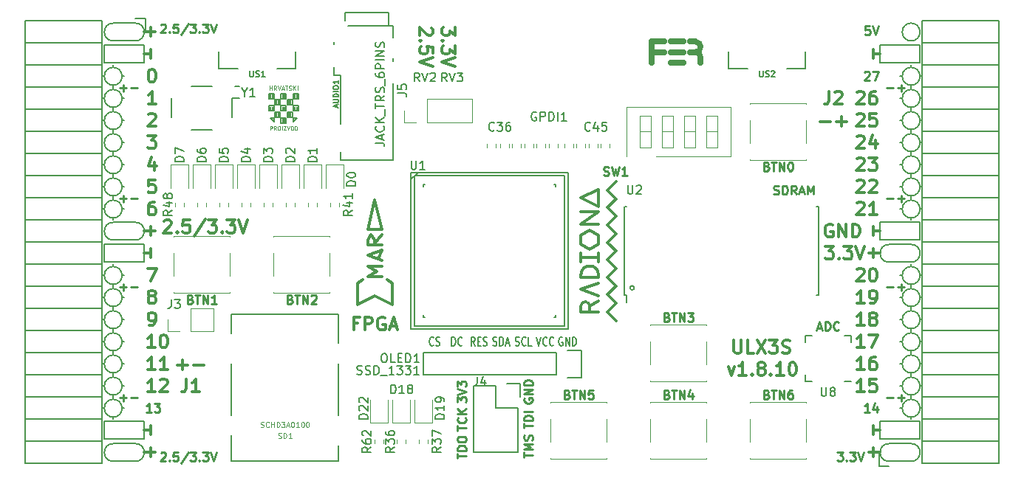
<source format=gto>
G04 #@! TF.GenerationSoftware,KiCad,Pcbnew,5.0.0-rc2+dfsg1-2*
G04 #@! TF.CreationDate,2018-06-08T07:19:16+02:00*
G04 #@! TF.ProjectId,ulx3s,756C7833732E6B696361645F70636200,rev?*
G04 #@! TF.SameCoordinates,Original*
G04 #@! TF.FileFunction,Legend,Top*
G04 #@! TF.FilePolarity,Positive*
%FSLAX46Y46*%
G04 Gerber Fmt 4.6, Leading zero omitted, Abs format (unit mm)*
G04 Created by KiCad (PCBNEW 5.0.0-rc2+dfsg1-2) date Fri Jun  8 07:19:16 2018*
%MOMM*%
%LPD*%
G01*
G04 APERTURE LIST*
%ADD10C,0.300000*%
%ADD11C,0.200000*%
%ADD12C,0.250000*%
%ADD13C,0.150000*%
%ADD14C,0.120000*%
%ADD15C,0.700000*%
%ADD16C,0.152400*%
%ADD17C,0.124460*%
%ADD18C,0.075000*%
G04 APERTURE END LIST*
D10*
X134560428Y-62144714D02*
X134560428Y-63073285D01*
X133989000Y-62573285D01*
X133989000Y-62787571D01*
X133917571Y-62930428D01*
X133846142Y-63001857D01*
X133703285Y-63073285D01*
X133346142Y-63073285D01*
X133203285Y-63001857D01*
X133131857Y-62930428D01*
X133060428Y-62787571D01*
X133060428Y-62359000D01*
X133131857Y-62216142D01*
X133203285Y-62144714D01*
X133203285Y-63716142D02*
X133131857Y-63787571D01*
X133060428Y-63716142D01*
X133131857Y-63644714D01*
X133203285Y-63716142D01*
X133060428Y-63716142D01*
X134560428Y-64287571D02*
X134560428Y-65216142D01*
X133989000Y-64716142D01*
X133989000Y-64930428D01*
X133917571Y-65073285D01*
X133846142Y-65144714D01*
X133703285Y-65216142D01*
X133346142Y-65216142D01*
X133203285Y-65144714D01*
X133131857Y-65073285D01*
X133060428Y-64930428D01*
X133060428Y-64501857D01*
X133131857Y-64359000D01*
X133203285Y-64287571D01*
X134560428Y-65644714D02*
X133060428Y-66144714D01*
X134560428Y-66644714D01*
X131877571Y-62216142D02*
X131949000Y-62287571D01*
X132020428Y-62430428D01*
X132020428Y-62787571D01*
X131949000Y-62930428D01*
X131877571Y-63001857D01*
X131734714Y-63073285D01*
X131591857Y-63073285D01*
X131377571Y-63001857D01*
X130520428Y-62144714D01*
X130520428Y-63073285D01*
X130663285Y-63716142D02*
X130591857Y-63787571D01*
X130520428Y-63716142D01*
X130591857Y-63644714D01*
X130663285Y-63716142D01*
X130520428Y-63716142D01*
X132020428Y-65144714D02*
X132020428Y-64430428D01*
X131306142Y-64359000D01*
X131377571Y-64430428D01*
X131449000Y-64573285D01*
X131449000Y-64930428D01*
X131377571Y-65073285D01*
X131306142Y-65144714D01*
X131163285Y-65216142D01*
X130806142Y-65216142D01*
X130663285Y-65144714D01*
X130591857Y-65073285D01*
X130520428Y-64930428D01*
X130520428Y-64573285D01*
X130591857Y-64430428D01*
X130663285Y-64359000D01*
X132020428Y-65644714D02*
X130520428Y-66144714D01*
X132020428Y-66644714D01*
X102760000Y-100897142D02*
X103902857Y-100897142D01*
X103331428Y-101468571D02*
X103331428Y-100325714D01*
X104617142Y-100897142D02*
X105760000Y-100897142D01*
X165878428Y-101121571D02*
X166235571Y-102121571D01*
X166592714Y-101121571D01*
X167949857Y-102121571D02*
X167092714Y-102121571D01*
X167521285Y-102121571D02*
X167521285Y-100621571D01*
X167378428Y-100835857D01*
X167235571Y-100978714D01*
X167092714Y-101050142D01*
X168592714Y-101978714D02*
X168664142Y-102050142D01*
X168592714Y-102121571D01*
X168521285Y-102050142D01*
X168592714Y-101978714D01*
X168592714Y-102121571D01*
X169521285Y-101264428D02*
X169378428Y-101193000D01*
X169307000Y-101121571D01*
X169235571Y-100978714D01*
X169235571Y-100907285D01*
X169307000Y-100764428D01*
X169378428Y-100693000D01*
X169521285Y-100621571D01*
X169807000Y-100621571D01*
X169949857Y-100693000D01*
X170021285Y-100764428D01*
X170092714Y-100907285D01*
X170092714Y-100978714D01*
X170021285Y-101121571D01*
X169949857Y-101193000D01*
X169807000Y-101264428D01*
X169521285Y-101264428D01*
X169378428Y-101335857D01*
X169307000Y-101407285D01*
X169235571Y-101550142D01*
X169235571Y-101835857D01*
X169307000Y-101978714D01*
X169378428Y-102050142D01*
X169521285Y-102121571D01*
X169807000Y-102121571D01*
X169949857Y-102050142D01*
X170021285Y-101978714D01*
X170092714Y-101835857D01*
X170092714Y-101550142D01*
X170021285Y-101407285D01*
X169949857Y-101335857D01*
X169807000Y-101264428D01*
X170735571Y-101978714D02*
X170807000Y-102050142D01*
X170735571Y-102121571D01*
X170664142Y-102050142D01*
X170735571Y-101978714D01*
X170735571Y-102121571D01*
X172235571Y-102121571D02*
X171378428Y-102121571D01*
X171807000Y-102121571D02*
X171807000Y-100621571D01*
X171664142Y-100835857D01*
X171521285Y-100978714D01*
X171378428Y-101050142D01*
X173164142Y-100621571D02*
X173307000Y-100621571D01*
X173449857Y-100693000D01*
X173521285Y-100764428D01*
X173592714Y-100907285D01*
X173664142Y-101193000D01*
X173664142Y-101550142D01*
X173592714Y-101835857D01*
X173521285Y-101978714D01*
X173449857Y-102050142D01*
X173307000Y-102121571D01*
X173164142Y-102121571D01*
X173021285Y-102050142D01*
X172949857Y-101978714D01*
X172878428Y-101835857D01*
X172807000Y-101550142D01*
X172807000Y-101193000D01*
X172878428Y-100907285D01*
X172949857Y-100764428D01*
X173021285Y-100693000D01*
X173164142Y-100621571D01*
X182492000Y-87582000D02*
X182492000Y-88598000D01*
X181984000Y-88090000D02*
X183254000Y-88090000D01*
X182492000Y-110442000D02*
X182492000Y-111458000D01*
X183254000Y-110950000D02*
X181984000Y-110950000D01*
X99688000Y-110442000D02*
X99688000Y-111458000D01*
X98926000Y-110950000D02*
X100196000Y-110950000D01*
X99688000Y-62182000D02*
X99688000Y-63198000D01*
X98926000Y-62690000D02*
X100196000Y-62690000D01*
X99688000Y-85042000D02*
X99688000Y-86058000D01*
X98926000Y-85550000D02*
X100196000Y-85550000D01*
D11*
X97910000Y-63706000D02*
G75*
G03X97910000Y-61674000I0J1016000D01*
G01*
X184270000Y-109934000D02*
G75*
G03X184270000Y-111966000I0J-1016000D01*
G01*
X95370000Y-111966000D02*
X97910000Y-111966000D01*
X95370000Y-109934000D02*
X97910000Y-109934000D01*
X97910000Y-111966000D02*
G75*
G03X97910000Y-109934000I0J1016000D01*
G01*
X95370000Y-109934000D02*
G75*
G03X95370000Y-111966000I0J-1016000D01*
G01*
X95370000Y-61674000D02*
X97910000Y-61674000D01*
X95370000Y-63706000D02*
X97910000Y-63706000D01*
X95370000Y-61674000D02*
G75*
G03X95370000Y-63706000I0J-1016000D01*
G01*
X95370000Y-84534000D02*
X97910000Y-84534000D01*
X95370000Y-86566000D02*
X97910000Y-86566000D01*
X95370000Y-84534000D02*
G75*
G03X95370000Y-86566000I0J-1016000D01*
G01*
X97910000Y-86566000D02*
G75*
G03X97910000Y-84534000I0J1016000D01*
G01*
X187826000Y-62690000D02*
G75*
G03X187826000Y-62690000I-1016000J0D01*
G01*
X184270000Y-89106000D02*
X186810000Y-89106000D01*
X184270000Y-87074000D02*
X186810000Y-87074000D01*
X184270000Y-87074000D02*
G75*
G03X184270000Y-89106000I0J-1016000D01*
G01*
X186810000Y-89106000D02*
G75*
G03X186810000Y-87074000I0J1016000D01*
G01*
X186810000Y-111966000D02*
X184270000Y-111966000D01*
X186810000Y-109934000D02*
X184270000Y-109934000D01*
X186810000Y-111966000D02*
G75*
G03X186810000Y-109934000I0J1016000D01*
G01*
X94354000Y-66246000D02*
X94354000Y-64214000D01*
X98926000Y-66246000D02*
X94354000Y-66246000D01*
X98926000Y-64214000D02*
X98926000Y-66246000D01*
X94354000Y-64214000D02*
X98926000Y-64214000D01*
X94354000Y-87074000D02*
X98926000Y-87074000D01*
X94354000Y-89106000D02*
X94354000Y-87074000D01*
X98926000Y-89106000D02*
X94354000Y-89106000D01*
X98926000Y-87074000D02*
X98926000Y-89106000D01*
X94354000Y-109426000D02*
X98926000Y-109426000D01*
X94354000Y-107394000D02*
X94354000Y-109426000D01*
X98926000Y-107394000D02*
X94354000Y-107394000D01*
X98926000Y-109426000D02*
X98926000Y-107394000D01*
X183254000Y-109426000D02*
X187826000Y-109426000D01*
X183254000Y-107394000D02*
X183254000Y-109426000D01*
X187826000Y-107394000D02*
X187826000Y-109426000D01*
X183254000Y-107394000D02*
X187826000Y-107394000D01*
X183254000Y-66246000D02*
X187826000Y-66246000D01*
X183254000Y-64214000D02*
X183254000Y-66246000D01*
X187826000Y-64214000D02*
X183254000Y-64214000D01*
X187826000Y-66246000D02*
X187826000Y-64214000D01*
X183254000Y-84534000D02*
X187826000Y-84534000D01*
X183254000Y-86566000D02*
X183254000Y-84534000D01*
X187826000Y-86566000D02*
X183254000Y-86566000D01*
X187826000Y-84534000D02*
X187826000Y-86566000D01*
D12*
X96148000Y-69111428D02*
X96909904Y-69111428D01*
X96528952Y-69492380D02*
X96528952Y-68730476D01*
X97386095Y-69111428D02*
X98148000Y-69111428D01*
X96148000Y-81811428D02*
X96909904Y-81811428D01*
X96528952Y-82192380D02*
X96528952Y-81430476D01*
X97386095Y-81811428D02*
X98148000Y-81811428D01*
X96148000Y-91971428D02*
X96909904Y-91971428D01*
X96528952Y-92352380D02*
X96528952Y-91590476D01*
X97386095Y-91971428D02*
X98148000Y-91971428D01*
X96148000Y-104671428D02*
X96909904Y-104671428D01*
X96528952Y-105052380D02*
X96528952Y-104290476D01*
X97386095Y-104671428D02*
X98148000Y-104671428D01*
X184032000Y-104671428D02*
X184793904Y-104671428D01*
X185270095Y-104671428D02*
X186032000Y-104671428D01*
X185651047Y-105052380D02*
X185651047Y-104290476D01*
X184032000Y-91971428D02*
X184793904Y-91971428D01*
X185270095Y-91971428D02*
X186032000Y-91971428D01*
X185651047Y-92352380D02*
X185651047Y-91590476D01*
X184032000Y-81811428D02*
X184793904Y-81811428D01*
X185270095Y-81811428D02*
X186032000Y-81811428D01*
X185651047Y-82192380D02*
X185651047Y-81430476D01*
X184032000Y-69111428D02*
X184793904Y-69111428D01*
X185270095Y-69111428D02*
X186032000Y-69111428D01*
X185651047Y-69492380D02*
X185651047Y-68730476D01*
D10*
X176420000Y-72957142D02*
X177562857Y-72957142D01*
X178277142Y-72957142D02*
X179420000Y-72957142D01*
X178848571Y-73528571D02*
X178848571Y-72385714D01*
D11*
X187826000Y-67770000D02*
G75*
G03X187826000Y-67770000I-1016000J0D01*
G01*
X187826000Y-70310000D02*
G75*
G03X187826000Y-70310000I-1016000J0D01*
G01*
X187826000Y-72850000D02*
G75*
G03X187826000Y-72850000I-1016000J0D01*
G01*
X187826000Y-75390000D02*
G75*
G03X187826000Y-75390000I-1016000J0D01*
G01*
X187826000Y-77930000D02*
G75*
G03X187826000Y-77930000I-1016000J0D01*
G01*
X187826000Y-80470000D02*
G75*
G03X187826000Y-80470000I-1016000J0D01*
G01*
X187826000Y-83010000D02*
G75*
G03X187826000Y-83010000I-1016000J0D01*
G01*
X187826000Y-90630000D02*
G75*
G03X187826000Y-90630000I-1016000J0D01*
G01*
X187826000Y-93170000D02*
G75*
G03X187826000Y-93170000I-1016000J0D01*
G01*
X187826000Y-95710000D02*
G75*
G03X187826000Y-95710000I-1016000J0D01*
G01*
X187826000Y-98250000D02*
G75*
G03X187826000Y-98250000I-1016000J0D01*
G01*
X187826000Y-100790000D02*
G75*
G03X187826000Y-100790000I-1016000J0D01*
G01*
X187826000Y-103330000D02*
G75*
G03X187826000Y-103330000I-1016000J0D01*
G01*
X187826000Y-105870000D02*
G75*
G03X187826000Y-105870000I-1016000J0D01*
G01*
X96386000Y-105870000D02*
G75*
G03X96386000Y-105870000I-1016000J0D01*
G01*
X96386000Y-103330000D02*
G75*
G03X96386000Y-103330000I-1016000J0D01*
G01*
X96386000Y-100790000D02*
G75*
G03X96386000Y-100790000I-1016000J0D01*
G01*
X96386000Y-98250000D02*
G75*
G03X96386000Y-98250000I-1016000J0D01*
G01*
X96386000Y-95710000D02*
G75*
G03X96386000Y-95710000I-1016000J0D01*
G01*
X96386000Y-93170000D02*
G75*
G03X96386000Y-93170000I-1016000J0D01*
G01*
X96386000Y-90630000D02*
G75*
G03X96386000Y-90630000I-1016000J0D01*
G01*
X96386000Y-83010000D02*
G75*
G03X96386000Y-83010000I-1016000J0D01*
G01*
X96386000Y-80470000D02*
G75*
G03X96386000Y-80470000I-1016000J0D01*
G01*
X96386000Y-77930000D02*
G75*
G03X96386000Y-77930000I-1016000J0D01*
G01*
X96386000Y-75390000D02*
G75*
G03X96386000Y-75390000I-1016000J0D01*
G01*
X96386000Y-72850000D02*
G75*
G03X96386000Y-72850000I-1016000J0D01*
G01*
X96386000Y-70310000D02*
G75*
G03X96386000Y-70310000I-1016000J0D01*
G01*
X96386000Y-67770000D02*
G75*
G03X96386000Y-67770000I-1016000J0D01*
G01*
D10*
X177793142Y-84800000D02*
X177650285Y-84728571D01*
X177436000Y-84728571D01*
X177221714Y-84800000D01*
X177078857Y-84942857D01*
X177007428Y-85085714D01*
X176936000Y-85371428D01*
X176936000Y-85585714D01*
X177007428Y-85871428D01*
X177078857Y-86014285D01*
X177221714Y-86157142D01*
X177436000Y-86228571D01*
X177578857Y-86228571D01*
X177793142Y-86157142D01*
X177864571Y-86085714D01*
X177864571Y-85585714D01*
X177578857Y-85585714D01*
X178507428Y-86228571D02*
X178507428Y-84728571D01*
X179364571Y-86228571D01*
X179364571Y-84728571D01*
X180078857Y-86228571D02*
X180078857Y-84728571D01*
X180436000Y-84728571D01*
X180650285Y-84800000D01*
X180793142Y-84942857D01*
X180864571Y-85085714D01*
X180936000Y-85371428D01*
X180936000Y-85585714D01*
X180864571Y-85871428D01*
X180793142Y-86014285D01*
X180650285Y-86157142D01*
X180436000Y-86228571D01*
X180078857Y-86228571D01*
X182492000Y-86058000D02*
X182492000Y-85042000D01*
X183254000Y-85550000D02*
X182492000Y-85550000D01*
X182492000Y-107902000D02*
X182492000Y-108918000D01*
X182492000Y-108410000D02*
X183254000Y-108410000D01*
D12*
X182047523Y-106322380D02*
X181476095Y-106322380D01*
X181761809Y-106322380D02*
X181761809Y-105322380D01*
X181666571Y-105465238D01*
X181571333Y-105560476D01*
X181476095Y-105608095D01*
X182904666Y-105655714D02*
X182904666Y-106322380D01*
X182666571Y-105274761D02*
X182428476Y-105989047D01*
X183047523Y-105989047D01*
X181476095Y-67317619D02*
X181523714Y-67270000D01*
X181618952Y-67222380D01*
X181857047Y-67222380D01*
X181952285Y-67270000D01*
X181999904Y-67317619D01*
X182047523Y-67412857D01*
X182047523Y-67508095D01*
X181999904Y-67650952D01*
X181428476Y-68222380D01*
X182047523Y-68222380D01*
X182380857Y-67222380D02*
X183047523Y-67222380D01*
X182618952Y-68222380D01*
D10*
X182492000Y-64722000D02*
X182492000Y-65738000D01*
X182492000Y-65230000D02*
X183254000Y-65230000D01*
X99688000Y-107902000D02*
X99688000Y-108918000D01*
X98926000Y-108410000D02*
X99688000Y-108410000D01*
X99315000Y-74568571D02*
X100243571Y-74568571D01*
X99743571Y-75140000D01*
X99957857Y-75140000D01*
X100100714Y-75211428D01*
X100172142Y-75282857D01*
X100243571Y-75425714D01*
X100243571Y-75782857D01*
X100172142Y-75925714D01*
X100100714Y-75997142D01*
X99957857Y-76068571D01*
X99529285Y-76068571D01*
X99386428Y-75997142D01*
X99315000Y-75925714D01*
X100100714Y-77608571D02*
X100100714Y-78608571D01*
X99743571Y-77037142D02*
X99386428Y-78108571D01*
X100315000Y-78108571D01*
X100172142Y-79648571D02*
X99457857Y-79648571D01*
X99386428Y-80362857D01*
X99457857Y-80291428D01*
X99600714Y-80220000D01*
X99957857Y-80220000D01*
X100100714Y-80291428D01*
X100172142Y-80362857D01*
X100243571Y-80505714D01*
X100243571Y-80862857D01*
X100172142Y-81005714D01*
X100100714Y-81077142D01*
X99957857Y-81148571D01*
X99600714Y-81148571D01*
X99457857Y-81077142D01*
X99386428Y-81005714D01*
D12*
X99751523Y-106322380D02*
X99180095Y-106322380D01*
X99465809Y-106322380D02*
X99465809Y-105322380D01*
X99370571Y-105465238D01*
X99275333Y-105560476D01*
X99180095Y-105608095D01*
X100084857Y-105322380D02*
X100703904Y-105322380D01*
X100370571Y-105703333D01*
X100513428Y-105703333D01*
X100608666Y-105750952D01*
X100656285Y-105798571D01*
X100703904Y-105893809D01*
X100703904Y-106131904D01*
X100656285Y-106227142D01*
X100608666Y-106274761D01*
X100513428Y-106322380D01*
X100227714Y-106322380D01*
X100132476Y-106274761D01*
X100084857Y-106227142D01*
D10*
X99315000Y-89808571D02*
X100315000Y-89808571D01*
X99672142Y-91308571D01*
X99688000Y-87582000D02*
X99688000Y-88598000D01*
X98926000Y-88090000D02*
X99688000Y-88090000D01*
X99688000Y-64722000D02*
X99688000Y-65738000D01*
X98926000Y-65230000D02*
X99688000Y-65230000D01*
D12*
X100817976Y-61874619D02*
X100865595Y-61827000D01*
X100960833Y-61779380D01*
X101198928Y-61779380D01*
X101294166Y-61827000D01*
X101341785Y-61874619D01*
X101389404Y-61969857D01*
X101389404Y-62065095D01*
X101341785Y-62207952D01*
X100770357Y-62779380D01*
X101389404Y-62779380D01*
X101817976Y-62684142D02*
X101865595Y-62731761D01*
X101817976Y-62779380D01*
X101770357Y-62731761D01*
X101817976Y-62684142D01*
X101817976Y-62779380D01*
X102770357Y-61779380D02*
X102294166Y-61779380D01*
X102246547Y-62255571D01*
X102294166Y-62207952D01*
X102389404Y-62160333D01*
X102627500Y-62160333D01*
X102722738Y-62207952D01*
X102770357Y-62255571D01*
X102817976Y-62350809D01*
X102817976Y-62588904D01*
X102770357Y-62684142D01*
X102722738Y-62731761D01*
X102627500Y-62779380D01*
X102389404Y-62779380D01*
X102294166Y-62731761D01*
X102246547Y-62684142D01*
X103960833Y-61731761D02*
X103103690Y-63017476D01*
X104198928Y-61779380D02*
X104817976Y-61779380D01*
X104484642Y-62160333D01*
X104627500Y-62160333D01*
X104722738Y-62207952D01*
X104770357Y-62255571D01*
X104817976Y-62350809D01*
X104817976Y-62588904D01*
X104770357Y-62684142D01*
X104722738Y-62731761D01*
X104627500Y-62779380D01*
X104341785Y-62779380D01*
X104246547Y-62731761D01*
X104198928Y-62684142D01*
X105246547Y-62684142D02*
X105294166Y-62731761D01*
X105246547Y-62779380D01*
X105198928Y-62731761D01*
X105246547Y-62684142D01*
X105246547Y-62779380D01*
X105627500Y-61779380D02*
X106246547Y-61779380D01*
X105913214Y-62160333D01*
X106056071Y-62160333D01*
X106151309Y-62207952D01*
X106198928Y-62255571D01*
X106246547Y-62350809D01*
X106246547Y-62588904D01*
X106198928Y-62684142D01*
X106151309Y-62731761D01*
X106056071Y-62779380D01*
X105770357Y-62779380D01*
X105675119Y-62731761D01*
X105627500Y-62684142D01*
X106532261Y-61779380D02*
X106865595Y-62779380D01*
X107198928Y-61779380D01*
X178360261Y-110910380D02*
X178979309Y-110910380D01*
X178645976Y-111291333D01*
X178788833Y-111291333D01*
X178884071Y-111338952D01*
X178931690Y-111386571D01*
X178979309Y-111481809D01*
X178979309Y-111719904D01*
X178931690Y-111815142D01*
X178884071Y-111862761D01*
X178788833Y-111910380D01*
X178503119Y-111910380D01*
X178407880Y-111862761D01*
X178360261Y-111815142D01*
X179407880Y-111815142D02*
X179455500Y-111862761D01*
X179407880Y-111910380D01*
X179360261Y-111862761D01*
X179407880Y-111815142D01*
X179407880Y-111910380D01*
X179788833Y-110910380D02*
X180407880Y-110910380D01*
X180074547Y-111291333D01*
X180217404Y-111291333D01*
X180312642Y-111338952D01*
X180360261Y-111386571D01*
X180407880Y-111481809D01*
X180407880Y-111719904D01*
X180360261Y-111815142D01*
X180312642Y-111862761D01*
X180217404Y-111910380D01*
X179931690Y-111910380D01*
X179836452Y-111862761D01*
X179788833Y-111815142D01*
X180693595Y-110910380D02*
X181026928Y-111910380D01*
X181360261Y-110910380D01*
D10*
X101199714Y-84381428D02*
X101271142Y-84310000D01*
X101414000Y-84238571D01*
X101771142Y-84238571D01*
X101914000Y-84310000D01*
X101985428Y-84381428D01*
X102056857Y-84524285D01*
X102056857Y-84667142D01*
X101985428Y-84881428D01*
X101128285Y-85738571D01*
X102056857Y-85738571D01*
X102699714Y-85595714D02*
X102771142Y-85667142D01*
X102699714Y-85738571D01*
X102628285Y-85667142D01*
X102699714Y-85595714D01*
X102699714Y-85738571D01*
X104128285Y-84238571D02*
X103414000Y-84238571D01*
X103342571Y-84952857D01*
X103414000Y-84881428D01*
X103556857Y-84810000D01*
X103914000Y-84810000D01*
X104056857Y-84881428D01*
X104128285Y-84952857D01*
X104199714Y-85095714D01*
X104199714Y-85452857D01*
X104128285Y-85595714D01*
X104056857Y-85667142D01*
X103914000Y-85738571D01*
X103556857Y-85738571D01*
X103414000Y-85667142D01*
X103342571Y-85595714D01*
X105914000Y-84167142D02*
X104628285Y-86095714D01*
X106271142Y-84238571D02*
X107199714Y-84238571D01*
X106699714Y-84810000D01*
X106914000Y-84810000D01*
X107056857Y-84881428D01*
X107128285Y-84952857D01*
X107199714Y-85095714D01*
X107199714Y-85452857D01*
X107128285Y-85595714D01*
X107056857Y-85667142D01*
X106914000Y-85738571D01*
X106485428Y-85738571D01*
X106342571Y-85667142D01*
X106271142Y-85595714D01*
X107842571Y-85595714D02*
X107914000Y-85667142D01*
X107842571Y-85738571D01*
X107771142Y-85667142D01*
X107842571Y-85595714D01*
X107842571Y-85738571D01*
X108414000Y-84238571D02*
X109342571Y-84238571D01*
X108842571Y-84810000D01*
X109056857Y-84810000D01*
X109199714Y-84881428D01*
X109271142Y-84952857D01*
X109342571Y-85095714D01*
X109342571Y-85452857D01*
X109271142Y-85595714D01*
X109199714Y-85667142D01*
X109056857Y-85738571D01*
X108628285Y-85738571D01*
X108485428Y-85667142D01*
X108414000Y-85595714D01*
X109771142Y-84238571D02*
X110271142Y-85738571D01*
X110771142Y-84238571D01*
D12*
X100817976Y-111023619D02*
X100865595Y-110976000D01*
X100960833Y-110928380D01*
X101198928Y-110928380D01*
X101294166Y-110976000D01*
X101341785Y-111023619D01*
X101389404Y-111118857D01*
X101389404Y-111214095D01*
X101341785Y-111356952D01*
X100770357Y-111928380D01*
X101389404Y-111928380D01*
X101817976Y-111833142D02*
X101865595Y-111880761D01*
X101817976Y-111928380D01*
X101770357Y-111880761D01*
X101817976Y-111833142D01*
X101817976Y-111928380D01*
X102770357Y-110928380D02*
X102294166Y-110928380D01*
X102246547Y-111404571D01*
X102294166Y-111356952D01*
X102389404Y-111309333D01*
X102627500Y-111309333D01*
X102722738Y-111356952D01*
X102770357Y-111404571D01*
X102817976Y-111499809D01*
X102817976Y-111737904D01*
X102770357Y-111833142D01*
X102722738Y-111880761D01*
X102627500Y-111928380D01*
X102389404Y-111928380D01*
X102294166Y-111880761D01*
X102246547Y-111833142D01*
X103960833Y-110880761D02*
X103103690Y-112166476D01*
X104198928Y-110928380D02*
X104817976Y-110928380D01*
X104484642Y-111309333D01*
X104627500Y-111309333D01*
X104722738Y-111356952D01*
X104770357Y-111404571D01*
X104817976Y-111499809D01*
X104817976Y-111737904D01*
X104770357Y-111833142D01*
X104722738Y-111880761D01*
X104627500Y-111928380D01*
X104341785Y-111928380D01*
X104246547Y-111880761D01*
X104198928Y-111833142D01*
X105246547Y-111833142D02*
X105294166Y-111880761D01*
X105246547Y-111928380D01*
X105198928Y-111880761D01*
X105246547Y-111833142D01*
X105246547Y-111928380D01*
X105627500Y-110928380D02*
X106246547Y-110928380D01*
X105913214Y-111309333D01*
X106056071Y-111309333D01*
X106151309Y-111356952D01*
X106198928Y-111404571D01*
X106246547Y-111499809D01*
X106246547Y-111737904D01*
X106198928Y-111833142D01*
X106151309Y-111880761D01*
X106056071Y-111928380D01*
X105770357Y-111928380D01*
X105675119Y-111880761D01*
X105627500Y-111833142D01*
X106532261Y-110928380D02*
X106865595Y-111928380D01*
X107198928Y-110928380D01*
X182047523Y-62015380D02*
X181571333Y-62015380D01*
X181523714Y-62491571D01*
X181571333Y-62443952D01*
X181666571Y-62396333D01*
X181904666Y-62396333D01*
X181999904Y-62443952D01*
X182047523Y-62491571D01*
X182095142Y-62586809D01*
X182095142Y-62824904D01*
X182047523Y-62920142D01*
X181999904Y-62967761D01*
X181904666Y-63015380D01*
X181666571Y-63015380D01*
X181571333Y-62967761D01*
X181523714Y-62920142D01*
X182380857Y-62015380D02*
X182714190Y-63015380D01*
X183047523Y-62015380D01*
D10*
X180587142Y-69631428D02*
X180658571Y-69560000D01*
X180801428Y-69488571D01*
X181158571Y-69488571D01*
X181301428Y-69560000D01*
X181372857Y-69631428D01*
X181444285Y-69774285D01*
X181444285Y-69917142D01*
X181372857Y-70131428D01*
X180515714Y-70988571D01*
X181444285Y-70988571D01*
X182730000Y-69488571D02*
X182444285Y-69488571D01*
X182301428Y-69560000D01*
X182230000Y-69631428D01*
X182087142Y-69845714D01*
X182015714Y-70131428D01*
X182015714Y-70702857D01*
X182087142Y-70845714D01*
X182158571Y-70917142D01*
X182301428Y-70988571D01*
X182587142Y-70988571D01*
X182730000Y-70917142D01*
X182801428Y-70845714D01*
X182872857Y-70702857D01*
X182872857Y-70345714D01*
X182801428Y-70202857D01*
X182730000Y-70131428D01*
X182587142Y-70060000D01*
X182301428Y-70060000D01*
X182158571Y-70131428D01*
X182087142Y-70202857D01*
X182015714Y-70345714D01*
X180587142Y-72171428D02*
X180658571Y-72100000D01*
X180801428Y-72028571D01*
X181158571Y-72028571D01*
X181301428Y-72100000D01*
X181372857Y-72171428D01*
X181444285Y-72314285D01*
X181444285Y-72457142D01*
X181372857Y-72671428D01*
X180515714Y-73528571D01*
X181444285Y-73528571D01*
X182801428Y-72028571D02*
X182087142Y-72028571D01*
X182015714Y-72742857D01*
X182087142Y-72671428D01*
X182230000Y-72600000D01*
X182587142Y-72600000D01*
X182730000Y-72671428D01*
X182801428Y-72742857D01*
X182872857Y-72885714D01*
X182872857Y-73242857D01*
X182801428Y-73385714D01*
X182730000Y-73457142D01*
X182587142Y-73528571D01*
X182230000Y-73528571D01*
X182087142Y-73457142D01*
X182015714Y-73385714D01*
X180587142Y-74711428D02*
X180658571Y-74640000D01*
X180801428Y-74568571D01*
X181158571Y-74568571D01*
X181301428Y-74640000D01*
X181372857Y-74711428D01*
X181444285Y-74854285D01*
X181444285Y-74997142D01*
X181372857Y-75211428D01*
X180515714Y-76068571D01*
X181444285Y-76068571D01*
X182730000Y-75068571D02*
X182730000Y-76068571D01*
X182372857Y-74497142D02*
X182015714Y-75568571D01*
X182944285Y-75568571D01*
X180587142Y-77251428D02*
X180658571Y-77180000D01*
X180801428Y-77108571D01*
X181158571Y-77108571D01*
X181301428Y-77180000D01*
X181372857Y-77251428D01*
X181444285Y-77394285D01*
X181444285Y-77537142D01*
X181372857Y-77751428D01*
X180515714Y-78608571D01*
X181444285Y-78608571D01*
X181944285Y-77108571D02*
X182872857Y-77108571D01*
X182372857Y-77680000D01*
X182587142Y-77680000D01*
X182730000Y-77751428D01*
X182801428Y-77822857D01*
X182872857Y-77965714D01*
X182872857Y-78322857D01*
X182801428Y-78465714D01*
X182730000Y-78537142D01*
X182587142Y-78608571D01*
X182158571Y-78608571D01*
X182015714Y-78537142D01*
X181944285Y-78465714D01*
X180587142Y-79791428D02*
X180658571Y-79720000D01*
X180801428Y-79648571D01*
X181158571Y-79648571D01*
X181301428Y-79720000D01*
X181372857Y-79791428D01*
X181444285Y-79934285D01*
X181444285Y-80077142D01*
X181372857Y-80291428D01*
X180515714Y-81148571D01*
X181444285Y-81148571D01*
X182015714Y-79791428D02*
X182087142Y-79720000D01*
X182230000Y-79648571D01*
X182587142Y-79648571D01*
X182730000Y-79720000D01*
X182801428Y-79791428D01*
X182872857Y-79934285D01*
X182872857Y-80077142D01*
X182801428Y-80291428D01*
X181944285Y-81148571D01*
X182872857Y-81148571D01*
X180587142Y-82331428D02*
X180658571Y-82260000D01*
X180801428Y-82188571D01*
X181158571Y-82188571D01*
X181301428Y-82260000D01*
X181372857Y-82331428D01*
X181444285Y-82474285D01*
X181444285Y-82617142D01*
X181372857Y-82831428D01*
X180515714Y-83688571D01*
X181444285Y-83688571D01*
X182872857Y-83688571D02*
X182015714Y-83688571D01*
X182444285Y-83688571D02*
X182444285Y-82188571D01*
X182301428Y-82402857D01*
X182158571Y-82545714D01*
X182015714Y-82617142D01*
X176975714Y-87268571D02*
X177904285Y-87268571D01*
X177404285Y-87840000D01*
X177618571Y-87840000D01*
X177761428Y-87911428D01*
X177832857Y-87982857D01*
X177904285Y-88125714D01*
X177904285Y-88482857D01*
X177832857Y-88625714D01*
X177761428Y-88697142D01*
X177618571Y-88768571D01*
X177190000Y-88768571D01*
X177047142Y-88697142D01*
X176975714Y-88625714D01*
X178547142Y-88625714D02*
X178618571Y-88697142D01*
X178547142Y-88768571D01*
X178475714Y-88697142D01*
X178547142Y-88625714D01*
X178547142Y-88768571D01*
X179118571Y-87268571D02*
X180047142Y-87268571D01*
X179547142Y-87840000D01*
X179761428Y-87840000D01*
X179904285Y-87911428D01*
X179975714Y-87982857D01*
X180047142Y-88125714D01*
X180047142Y-88482857D01*
X179975714Y-88625714D01*
X179904285Y-88697142D01*
X179761428Y-88768571D01*
X179332857Y-88768571D01*
X179190000Y-88697142D01*
X179118571Y-88625714D01*
X180475714Y-87268571D02*
X180975714Y-88768571D01*
X181475714Y-87268571D01*
X180587142Y-89951428D02*
X180658571Y-89880000D01*
X180801428Y-89808571D01*
X181158571Y-89808571D01*
X181301428Y-89880000D01*
X181372857Y-89951428D01*
X181444285Y-90094285D01*
X181444285Y-90237142D01*
X181372857Y-90451428D01*
X180515714Y-91308571D01*
X181444285Y-91308571D01*
X182372857Y-89808571D02*
X182515714Y-89808571D01*
X182658571Y-89880000D01*
X182730000Y-89951428D01*
X182801428Y-90094285D01*
X182872857Y-90380000D01*
X182872857Y-90737142D01*
X182801428Y-91022857D01*
X182730000Y-91165714D01*
X182658571Y-91237142D01*
X182515714Y-91308571D01*
X182372857Y-91308571D01*
X182230000Y-91237142D01*
X182158571Y-91165714D01*
X182087142Y-91022857D01*
X182015714Y-90737142D01*
X182015714Y-90380000D01*
X182087142Y-90094285D01*
X182158571Y-89951428D01*
X182230000Y-89880000D01*
X182372857Y-89808571D01*
X181444285Y-93848571D02*
X180587142Y-93848571D01*
X181015714Y-93848571D02*
X181015714Y-92348571D01*
X180872857Y-92562857D01*
X180730000Y-92705714D01*
X180587142Y-92777142D01*
X182158571Y-93848571D02*
X182444285Y-93848571D01*
X182587142Y-93777142D01*
X182658571Y-93705714D01*
X182801428Y-93491428D01*
X182872857Y-93205714D01*
X182872857Y-92634285D01*
X182801428Y-92491428D01*
X182730000Y-92420000D01*
X182587142Y-92348571D01*
X182301428Y-92348571D01*
X182158571Y-92420000D01*
X182087142Y-92491428D01*
X182015714Y-92634285D01*
X182015714Y-92991428D01*
X182087142Y-93134285D01*
X182158571Y-93205714D01*
X182301428Y-93277142D01*
X182587142Y-93277142D01*
X182730000Y-93205714D01*
X182801428Y-93134285D01*
X182872857Y-92991428D01*
X181444285Y-96388571D02*
X180587142Y-96388571D01*
X181015714Y-96388571D02*
X181015714Y-94888571D01*
X180872857Y-95102857D01*
X180730000Y-95245714D01*
X180587142Y-95317142D01*
X182301428Y-95531428D02*
X182158571Y-95460000D01*
X182087142Y-95388571D01*
X182015714Y-95245714D01*
X182015714Y-95174285D01*
X182087142Y-95031428D01*
X182158571Y-94960000D01*
X182301428Y-94888571D01*
X182587142Y-94888571D01*
X182730000Y-94960000D01*
X182801428Y-95031428D01*
X182872857Y-95174285D01*
X182872857Y-95245714D01*
X182801428Y-95388571D01*
X182730000Y-95460000D01*
X182587142Y-95531428D01*
X182301428Y-95531428D01*
X182158571Y-95602857D01*
X182087142Y-95674285D01*
X182015714Y-95817142D01*
X182015714Y-96102857D01*
X182087142Y-96245714D01*
X182158571Y-96317142D01*
X182301428Y-96388571D01*
X182587142Y-96388571D01*
X182730000Y-96317142D01*
X182801428Y-96245714D01*
X182872857Y-96102857D01*
X182872857Y-95817142D01*
X182801428Y-95674285D01*
X182730000Y-95602857D01*
X182587142Y-95531428D01*
X181444285Y-98928571D02*
X180587142Y-98928571D01*
X181015714Y-98928571D02*
X181015714Y-97428571D01*
X180872857Y-97642857D01*
X180730000Y-97785714D01*
X180587142Y-97857142D01*
X181944285Y-97428571D02*
X182944285Y-97428571D01*
X182301428Y-98928571D01*
X181444285Y-101468571D02*
X180587142Y-101468571D01*
X181015714Y-101468571D02*
X181015714Y-99968571D01*
X180872857Y-100182857D01*
X180730000Y-100325714D01*
X180587142Y-100397142D01*
X182730000Y-99968571D02*
X182444285Y-99968571D01*
X182301428Y-100040000D01*
X182230000Y-100111428D01*
X182087142Y-100325714D01*
X182015714Y-100611428D01*
X182015714Y-101182857D01*
X182087142Y-101325714D01*
X182158571Y-101397142D01*
X182301428Y-101468571D01*
X182587142Y-101468571D01*
X182730000Y-101397142D01*
X182801428Y-101325714D01*
X182872857Y-101182857D01*
X182872857Y-100825714D01*
X182801428Y-100682857D01*
X182730000Y-100611428D01*
X182587142Y-100540000D01*
X182301428Y-100540000D01*
X182158571Y-100611428D01*
X182087142Y-100682857D01*
X182015714Y-100825714D01*
X181444285Y-104008571D02*
X180587142Y-104008571D01*
X181015714Y-104008571D02*
X181015714Y-102508571D01*
X180872857Y-102722857D01*
X180730000Y-102865714D01*
X180587142Y-102937142D01*
X182801428Y-102508571D02*
X182087142Y-102508571D01*
X182015714Y-103222857D01*
X182087142Y-103151428D01*
X182230000Y-103080000D01*
X182587142Y-103080000D01*
X182730000Y-103151428D01*
X182801428Y-103222857D01*
X182872857Y-103365714D01*
X182872857Y-103722857D01*
X182801428Y-103865714D01*
X182730000Y-103937142D01*
X182587142Y-104008571D01*
X182230000Y-104008571D01*
X182087142Y-103937142D01*
X182015714Y-103865714D01*
D11*
X186810000Y-66500000D02*
X186810000Y-66754000D01*
X187826000Y-67770000D02*
X188080000Y-67770000D01*
X185540000Y-67770000D02*
X185794000Y-67770000D01*
X186810000Y-69294000D02*
X186810000Y-68786000D01*
X187826000Y-70310000D02*
X188080000Y-70310000D01*
X185540000Y-70310000D02*
X185794000Y-70310000D01*
X186810000Y-71326000D02*
X186810000Y-71834000D01*
X187826000Y-72850000D02*
X188080000Y-72850000D01*
X185540000Y-72850000D02*
X185794000Y-72850000D01*
X186810000Y-73866000D02*
X186810000Y-74374000D01*
X187826000Y-75390000D02*
X188080000Y-75390000D01*
X185540000Y-75390000D02*
X185794000Y-75390000D01*
X186810000Y-76406000D02*
X186810000Y-76914000D01*
X187826000Y-77930000D02*
X188080000Y-77930000D01*
X185540000Y-77930000D02*
X185794000Y-77930000D01*
X186810000Y-79454000D02*
X186810000Y-78946000D01*
X187826000Y-80470000D02*
X188080000Y-80470000D01*
X185540000Y-80470000D02*
X185794000Y-80470000D01*
X186810000Y-81994000D02*
X186810000Y-81486000D01*
X187826000Y-83010000D02*
X188080000Y-83010000D01*
X185540000Y-83010000D02*
X185794000Y-83010000D01*
X186810000Y-84026000D02*
X186810000Y-84280000D01*
X186810000Y-89360000D02*
X186810000Y-89614000D01*
X187826000Y-90630000D02*
X188080000Y-90630000D01*
X185540000Y-90630000D02*
X185794000Y-90630000D01*
X186810000Y-91646000D02*
X186810000Y-92154000D01*
X187826000Y-93170000D02*
X188080000Y-93170000D01*
X185540000Y-93170000D02*
X185794000Y-93170000D01*
X186810000Y-94186000D02*
X186810000Y-94694000D01*
X187826000Y-95710000D02*
X188080000Y-95710000D01*
X185540000Y-95710000D02*
X185794000Y-95710000D01*
X186810000Y-97234000D02*
X186810000Y-96726000D01*
X187826000Y-98250000D02*
X188080000Y-98250000D01*
X185540000Y-98250000D02*
X185794000Y-98250000D01*
X187826000Y-100790000D02*
X188080000Y-100790000D01*
X185540000Y-100790000D02*
X185794000Y-100790000D01*
X186810000Y-99266000D02*
X186810000Y-99774000D01*
X186810000Y-102314000D02*
X186810000Y-101806000D01*
X187826000Y-103330000D02*
X188080000Y-103330000D01*
X185540000Y-103330000D02*
X185794000Y-103330000D01*
X186810000Y-104346000D02*
X186810000Y-104854000D01*
X185540000Y-105870000D02*
X185794000Y-105870000D01*
X187826000Y-105870000D02*
X188080000Y-105870000D01*
X186810000Y-106886000D02*
X186810000Y-107140000D01*
X95370000Y-66754000D02*
X95370000Y-66500000D01*
X96386000Y-67770000D02*
X96640000Y-67770000D01*
X94100000Y-67770000D02*
X94354000Y-67770000D01*
X95370000Y-68786000D02*
X95370000Y-69294000D01*
X96386000Y-70310000D02*
X96640000Y-70310000D01*
X94100000Y-70310000D02*
X94354000Y-70310000D01*
X95370000Y-71326000D02*
X95370000Y-71834000D01*
X96386000Y-72850000D02*
X96640000Y-72850000D01*
X94100000Y-72850000D02*
X94354000Y-72850000D01*
X95370000Y-73866000D02*
X95370000Y-74374000D01*
X96386000Y-75390000D02*
X96640000Y-75390000D01*
X95370000Y-76406000D02*
X95370000Y-76914000D01*
X96386000Y-77930000D02*
X96640000Y-77930000D01*
X94100000Y-77930000D02*
X94354000Y-77930000D01*
X95370000Y-79454000D02*
X95370000Y-78946000D01*
X96386000Y-80470000D02*
X96640000Y-80470000D01*
X94100000Y-80470000D02*
X94354000Y-80470000D01*
X95370000Y-81486000D02*
X95370000Y-81994000D01*
X96386000Y-83010000D02*
X96640000Y-83010000D01*
X95370000Y-84026000D02*
X95370000Y-84280000D01*
X94100000Y-83010000D02*
X94354000Y-83010000D01*
X95370000Y-106886000D02*
X95370000Y-107140000D01*
X95370000Y-89360000D02*
X95370000Y-89614000D01*
X96386000Y-93170000D02*
X96640000Y-93170000D01*
X94100000Y-93170000D02*
X94354000Y-93170000D01*
X95370000Y-94186000D02*
X95370000Y-94694000D01*
X94100000Y-90630000D02*
X94354000Y-90630000D01*
X96386000Y-90630000D02*
X96640000Y-90630000D01*
X95370000Y-92154000D02*
X95370000Y-91646000D01*
X96386000Y-95710000D02*
X96640000Y-95710000D01*
X94100000Y-95710000D02*
X94354000Y-95710000D01*
X96386000Y-98250000D02*
X96640000Y-98250000D01*
X94354000Y-98250000D02*
X94100000Y-98250000D01*
X95370000Y-96726000D02*
X95370000Y-97234000D01*
X95370000Y-99266000D02*
X95370000Y-99774000D01*
X94100000Y-100790000D02*
X94354000Y-100790000D01*
X96386000Y-100790000D02*
X96640000Y-100790000D01*
X94100000Y-103330000D02*
X94354000Y-103330000D01*
X96386000Y-103330000D02*
X96640000Y-103330000D01*
X95370000Y-101806000D02*
X95370000Y-102314000D01*
X95370000Y-104346000D02*
X95370000Y-104854000D01*
X96386000Y-105870000D02*
X96640000Y-105870000D01*
X94100000Y-105870000D02*
X94354000Y-105870000D01*
D10*
X100164285Y-104008571D02*
X99307142Y-104008571D01*
X99735714Y-104008571D02*
X99735714Y-102508571D01*
X99592857Y-102722857D01*
X99450000Y-102865714D01*
X99307142Y-102937142D01*
X100735714Y-102651428D02*
X100807142Y-102580000D01*
X100950000Y-102508571D01*
X101307142Y-102508571D01*
X101450000Y-102580000D01*
X101521428Y-102651428D01*
X101592857Y-102794285D01*
X101592857Y-102937142D01*
X101521428Y-103151428D01*
X100664285Y-104008571D01*
X101592857Y-104008571D01*
X100164285Y-101468571D02*
X99307142Y-101468571D01*
X99735714Y-101468571D02*
X99735714Y-99968571D01*
X99592857Y-100182857D01*
X99450000Y-100325714D01*
X99307142Y-100397142D01*
X101592857Y-101468571D02*
X100735714Y-101468571D01*
X101164285Y-101468571D02*
X101164285Y-99968571D01*
X101021428Y-100182857D01*
X100878571Y-100325714D01*
X100735714Y-100397142D01*
X100164285Y-98928571D02*
X99307142Y-98928571D01*
X99735714Y-98928571D02*
X99735714Y-97428571D01*
X99592857Y-97642857D01*
X99450000Y-97785714D01*
X99307142Y-97857142D01*
X101092857Y-97428571D02*
X101235714Y-97428571D01*
X101378571Y-97500000D01*
X101450000Y-97571428D01*
X101521428Y-97714285D01*
X101592857Y-98000000D01*
X101592857Y-98357142D01*
X101521428Y-98642857D01*
X101450000Y-98785714D01*
X101378571Y-98857142D01*
X101235714Y-98928571D01*
X101092857Y-98928571D01*
X100950000Y-98857142D01*
X100878571Y-98785714D01*
X100807142Y-98642857D01*
X100735714Y-98357142D01*
X100735714Y-98000000D01*
X100807142Y-97714285D01*
X100878571Y-97571428D01*
X100950000Y-97500000D01*
X101092857Y-97428571D01*
X99529285Y-96388571D02*
X99815000Y-96388571D01*
X99957857Y-96317142D01*
X100029285Y-96245714D01*
X100172142Y-96031428D01*
X100243571Y-95745714D01*
X100243571Y-95174285D01*
X100172142Y-95031428D01*
X100100714Y-94960000D01*
X99957857Y-94888571D01*
X99672142Y-94888571D01*
X99529285Y-94960000D01*
X99457857Y-95031428D01*
X99386428Y-95174285D01*
X99386428Y-95531428D01*
X99457857Y-95674285D01*
X99529285Y-95745714D01*
X99672142Y-95817142D01*
X99957857Y-95817142D01*
X100100714Y-95745714D01*
X100172142Y-95674285D01*
X100243571Y-95531428D01*
X99672142Y-92991428D02*
X99529285Y-92920000D01*
X99457857Y-92848571D01*
X99386428Y-92705714D01*
X99386428Y-92634285D01*
X99457857Y-92491428D01*
X99529285Y-92420000D01*
X99672142Y-92348571D01*
X99957857Y-92348571D01*
X100100714Y-92420000D01*
X100172142Y-92491428D01*
X100243571Y-92634285D01*
X100243571Y-92705714D01*
X100172142Y-92848571D01*
X100100714Y-92920000D01*
X99957857Y-92991428D01*
X99672142Y-92991428D01*
X99529285Y-93062857D01*
X99457857Y-93134285D01*
X99386428Y-93277142D01*
X99386428Y-93562857D01*
X99457857Y-93705714D01*
X99529285Y-93777142D01*
X99672142Y-93848571D01*
X99957857Y-93848571D01*
X100100714Y-93777142D01*
X100172142Y-93705714D01*
X100243571Y-93562857D01*
X100243571Y-93277142D01*
X100172142Y-93134285D01*
X100100714Y-93062857D01*
X99957857Y-92991428D01*
X100100714Y-82188571D02*
X99815000Y-82188571D01*
X99672142Y-82260000D01*
X99600714Y-82331428D01*
X99457857Y-82545714D01*
X99386428Y-82831428D01*
X99386428Y-83402857D01*
X99457857Y-83545714D01*
X99529285Y-83617142D01*
X99672142Y-83688571D01*
X99957857Y-83688571D01*
X100100714Y-83617142D01*
X100172142Y-83545714D01*
X100243571Y-83402857D01*
X100243571Y-83045714D01*
X100172142Y-82902857D01*
X100100714Y-82831428D01*
X99957857Y-82760000D01*
X99672142Y-82760000D01*
X99529285Y-82831428D01*
X99457857Y-82902857D01*
X99386428Y-83045714D01*
X99386428Y-72171428D02*
X99457857Y-72100000D01*
X99600714Y-72028571D01*
X99957857Y-72028571D01*
X100100714Y-72100000D01*
X100172142Y-72171428D01*
X100243571Y-72314285D01*
X100243571Y-72457142D01*
X100172142Y-72671428D01*
X99315000Y-73528571D01*
X100243571Y-73528571D01*
X100243571Y-70988571D02*
X99386428Y-70988571D01*
X99815000Y-70988571D02*
X99815000Y-69488571D01*
X99672142Y-69702857D01*
X99529285Y-69845714D01*
X99386428Y-69917142D01*
X99743571Y-66948571D02*
X99886428Y-66948571D01*
X100029285Y-67020000D01*
X100100714Y-67091428D01*
X100172142Y-67234285D01*
X100243571Y-67520000D01*
X100243571Y-67877142D01*
X100172142Y-68162857D01*
X100100714Y-68305714D01*
X100029285Y-68377142D01*
X99886428Y-68448571D01*
X99743571Y-68448571D01*
X99600714Y-68377142D01*
X99529285Y-68305714D01*
X99457857Y-68162857D01*
X99386428Y-67877142D01*
X99386428Y-67520000D01*
X99457857Y-67234285D01*
X99529285Y-67091428D01*
X99600714Y-67020000D01*
X99743571Y-66948571D01*
X166501428Y-98081571D02*
X166501428Y-99295857D01*
X166572857Y-99438714D01*
X166644285Y-99510142D01*
X166787142Y-99581571D01*
X167072857Y-99581571D01*
X167215714Y-99510142D01*
X167287142Y-99438714D01*
X167358571Y-99295857D01*
X167358571Y-98081571D01*
X168787142Y-99581571D02*
X168072857Y-99581571D01*
X168072857Y-98081571D01*
X169144285Y-98081571D02*
X170144285Y-99581571D01*
X170144285Y-98081571D02*
X169144285Y-99581571D01*
X170572857Y-98081571D02*
X171501428Y-98081571D01*
X171001428Y-98653000D01*
X171215714Y-98653000D01*
X171358571Y-98724428D01*
X171430000Y-98795857D01*
X171501428Y-98938714D01*
X171501428Y-99295857D01*
X171430000Y-99438714D01*
X171358571Y-99510142D01*
X171215714Y-99581571D01*
X170787142Y-99581571D01*
X170644285Y-99510142D01*
X170572857Y-99438714D01*
X172072857Y-99510142D02*
X172287142Y-99581571D01*
X172644285Y-99581571D01*
X172787142Y-99510142D01*
X172858571Y-99438714D01*
X172930000Y-99295857D01*
X172930000Y-99153000D01*
X172858571Y-99010142D01*
X172787142Y-98938714D01*
X172644285Y-98867285D01*
X172358571Y-98795857D01*
X172215714Y-98724428D01*
X172144285Y-98653000D01*
X172072857Y-98510142D01*
X172072857Y-98367285D01*
X172144285Y-98224428D01*
X172215714Y-98153000D01*
X172358571Y-98081571D01*
X172715714Y-98081571D01*
X172930000Y-98153000D01*
X123413428Y-96110857D02*
X122913428Y-96110857D01*
X122913428Y-96896571D02*
X122913428Y-95396571D01*
X123627714Y-95396571D01*
X124199142Y-96896571D02*
X124199142Y-95396571D01*
X124770571Y-95396571D01*
X124913428Y-95468000D01*
X124984857Y-95539428D01*
X125056285Y-95682285D01*
X125056285Y-95896571D01*
X124984857Y-96039428D01*
X124913428Y-96110857D01*
X124770571Y-96182285D01*
X124199142Y-96182285D01*
X126484857Y-95468000D02*
X126342000Y-95396571D01*
X126127714Y-95396571D01*
X125913428Y-95468000D01*
X125770571Y-95610857D01*
X125699142Y-95753714D01*
X125627714Y-96039428D01*
X125627714Y-96253714D01*
X125699142Y-96539428D01*
X125770571Y-96682285D01*
X125913428Y-96825142D01*
X126127714Y-96896571D01*
X126270571Y-96896571D01*
X126484857Y-96825142D01*
X126556285Y-96753714D01*
X126556285Y-96253714D01*
X126270571Y-96253714D01*
X127127714Y-96468000D02*
X127842000Y-96468000D01*
X126984857Y-96896571D02*
X127484857Y-95396571D01*
X127984857Y-96896571D01*
D12*
X171077285Y-81273761D02*
X171220142Y-81321380D01*
X171458238Y-81321380D01*
X171553476Y-81273761D01*
X171601095Y-81226142D01*
X171648714Y-81130904D01*
X171648714Y-81035666D01*
X171601095Y-80940428D01*
X171553476Y-80892809D01*
X171458238Y-80845190D01*
X171267761Y-80797571D01*
X171172523Y-80749952D01*
X171124904Y-80702333D01*
X171077285Y-80607095D01*
X171077285Y-80511857D01*
X171124904Y-80416619D01*
X171172523Y-80369000D01*
X171267761Y-80321380D01*
X171505857Y-80321380D01*
X171648714Y-80369000D01*
X172077285Y-81321380D02*
X172077285Y-80321380D01*
X172315380Y-80321380D01*
X172458238Y-80369000D01*
X172553476Y-80464238D01*
X172601095Y-80559476D01*
X172648714Y-80749952D01*
X172648714Y-80892809D01*
X172601095Y-81083285D01*
X172553476Y-81178523D01*
X172458238Y-81273761D01*
X172315380Y-81321380D01*
X172077285Y-81321380D01*
X173648714Y-81321380D02*
X173315380Y-80845190D01*
X173077285Y-81321380D02*
X173077285Y-80321380D01*
X173458238Y-80321380D01*
X173553476Y-80369000D01*
X173601095Y-80416619D01*
X173648714Y-80511857D01*
X173648714Y-80654714D01*
X173601095Y-80749952D01*
X173553476Y-80797571D01*
X173458238Y-80845190D01*
X173077285Y-80845190D01*
X174029666Y-81035666D02*
X174505857Y-81035666D01*
X173934428Y-81321380D02*
X174267761Y-80321380D01*
X174601095Y-81321380D01*
X174934428Y-81321380D02*
X174934428Y-80321380D01*
X175267761Y-81035666D01*
X175601095Y-80321380D01*
X175601095Y-81321380D01*
X176061904Y-96656666D02*
X176538095Y-96656666D01*
X175966666Y-96942380D02*
X176300000Y-95942380D01*
X176633333Y-96942380D01*
X176966666Y-96942380D02*
X176966666Y-95942380D01*
X177204761Y-95942380D01*
X177347619Y-95990000D01*
X177442857Y-96085238D01*
X177490476Y-96180476D01*
X177538095Y-96370952D01*
X177538095Y-96513809D01*
X177490476Y-96704285D01*
X177442857Y-96799523D01*
X177347619Y-96894761D01*
X177204761Y-96942380D01*
X176966666Y-96942380D01*
X178538095Y-96847142D02*
X178490476Y-96894761D01*
X178347619Y-96942380D01*
X178252380Y-96942380D01*
X178109523Y-96894761D01*
X178014285Y-96799523D01*
X177966666Y-96704285D01*
X177919047Y-96513809D01*
X177919047Y-96370952D01*
X177966666Y-96180476D01*
X178014285Y-96085238D01*
X178109523Y-95990000D01*
X178252380Y-95942380D01*
X178347619Y-95942380D01*
X178490476Y-95990000D01*
X178538095Y-96037619D01*
X142447380Y-111521333D02*
X142447380Y-110949904D01*
X143447380Y-111235619D02*
X142447380Y-111235619D01*
X143447380Y-110616571D02*
X142447380Y-110616571D01*
X143161666Y-110283238D01*
X142447380Y-109949904D01*
X143447380Y-109949904D01*
X143399761Y-109521333D02*
X143447380Y-109378476D01*
X143447380Y-109140380D01*
X143399761Y-109045142D01*
X143352142Y-108997523D01*
X143256904Y-108949904D01*
X143161666Y-108949904D01*
X143066428Y-108997523D01*
X143018809Y-109045142D01*
X142971190Y-109140380D01*
X142923571Y-109330857D01*
X142875952Y-109426095D01*
X142828333Y-109473714D01*
X142733095Y-109521333D01*
X142637857Y-109521333D01*
X142542619Y-109473714D01*
X142495000Y-109426095D01*
X142447380Y-109330857D01*
X142447380Y-109092761D01*
X142495000Y-108949904D01*
X142447380Y-108163809D02*
X142447380Y-107592380D01*
X143447380Y-107878095D02*
X142447380Y-107878095D01*
X143447380Y-107259047D02*
X142447380Y-107259047D01*
X142447380Y-107020952D01*
X142495000Y-106878095D01*
X142590238Y-106782857D01*
X142685476Y-106735238D01*
X142875952Y-106687619D01*
X143018809Y-106687619D01*
X143209285Y-106735238D01*
X143304523Y-106782857D01*
X143399761Y-106878095D01*
X143447380Y-107020952D01*
X143447380Y-107259047D01*
X143447380Y-106259047D02*
X142447380Y-106259047D01*
X142495000Y-104726904D02*
X142447380Y-104822142D01*
X142447380Y-104965000D01*
X142495000Y-105107857D01*
X142590238Y-105203095D01*
X142685476Y-105250714D01*
X142875952Y-105298333D01*
X143018809Y-105298333D01*
X143209285Y-105250714D01*
X143304523Y-105203095D01*
X143399761Y-105107857D01*
X143447380Y-104965000D01*
X143447380Y-104869761D01*
X143399761Y-104726904D01*
X143352142Y-104679285D01*
X143018809Y-104679285D01*
X143018809Y-104869761D01*
X143447380Y-104250714D02*
X142447380Y-104250714D01*
X143447380Y-103679285D01*
X142447380Y-103679285D01*
X143447380Y-103203095D02*
X142447380Y-103203095D01*
X142447380Y-102965000D01*
X142495000Y-102822142D01*
X142590238Y-102726904D01*
X142685476Y-102679285D01*
X142875952Y-102631666D01*
X143018809Y-102631666D01*
X143209285Y-102679285D01*
X143304523Y-102726904D01*
X143399761Y-102822142D01*
X143447380Y-102965000D01*
X143447380Y-103203095D01*
X134827380Y-111624523D02*
X134827380Y-111053095D01*
X135827380Y-111338809D02*
X134827380Y-111338809D01*
X135827380Y-110719761D02*
X134827380Y-110719761D01*
X134827380Y-110481666D01*
X134875000Y-110338809D01*
X134970238Y-110243571D01*
X135065476Y-110195952D01*
X135255952Y-110148333D01*
X135398809Y-110148333D01*
X135589285Y-110195952D01*
X135684523Y-110243571D01*
X135779761Y-110338809D01*
X135827380Y-110481666D01*
X135827380Y-110719761D01*
X134827380Y-109529285D02*
X134827380Y-109338809D01*
X134875000Y-109243571D01*
X134970238Y-109148333D01*
X135160714Y-109100714D01*
X135494047Y-109100714D01*
X135684523Y-109148333D01*
X135779761Y-109243571D01*
X135827380Y-109338809D01*
X135827380Y-109529285D01*
X135779761Y-109624523D01*
X135684523Y-109719761D01*
X135494047Y-109767380D01*
X135160714Y-109767380D01*
X134970238Y-109719761D01*
X134875000Y-109624523D01*
X134827380Y-109529285D01*
X134827380Y-108425714D02*
X134827380Y-107854285D01*
X135827380Y-108140000D02*
X134827380Y-108140000D01*
X135732142Y-106949523D02*
X135779761Y-106997142D01*
X135827380Y-107140000D01*
X135827380Y-107235238D01*
X135779761Y-107378095D01*
X135684523Y-107473333D01*
X135589285Y-107520952D01*
X135398809Y-107568571D01*
X135255952Y-107568571D01*
X135065476Y-107520952D01*
X134970238Y-107473333D01*
X134875000Y-107378095D01*
X134827380Y-107235238D01*
X134827380Y-107140000D01*
X134875000Y-106997142D01*
X134922619Y-106949523D01*
X135827380Y-106520952D02*
X134827380Y-106520952D01*
X135827380Y-105949523D02*
X135255952Y-106378095D01*
X134827380Y-105949523D02*
X135398809Y-106520952D01*
X134827380Y-105203095D02*
X134827380Y-104584047D01*
X135208333Y-104917380D01*
X135208333Y-104774523D01*
X135255952Y-104679285D01*
X135303571Y-104631666D01*
X135398809Y-104584047D01*
X135636904Y-104584047D01*
X135732142Y-104631666D01*
X135779761Y-104679285D01*
X135827380Y-104774523D01*
X135827380Y-105060238D01*
X135779761Y-105155476D01*
X135732142Y-105203095D01*
X134827380Y-104298333D02*
X135827380Y-103965000D01*
X134827380Y-103631666D01*
X134827380Y-103393571D02*
X134827380Y-102774523D01*
X135208333Y-103107857D01*
X135208333Y-102965000D01*
X135255952Y-102869761D01*
X135303571Y-102822142D01*
X135398809Y-102774523D01*
X135636904Y-102774523D01*
X135732142Y-102822142D01*
X135779761Y-102869761D01*
X135827380Y-102965000D01*
X135827380Y-103250714D01*
X135779761Y-103345952D01*
X135732142Y-103393571D01*
D13*
G04 #@! TO.C,J1*
X85270000Y-112220000D02*
X94100000Y-112220000D01*
X85270000Y-109680000D02*
X85270000Y-112220000D01*
X94100000Y-109680000D02*
X94100000Y-112220000D01*
X94100000Y-112220000D02*
X85270000Y-112220000D01*
X94100000Y-109680000D02*
X85270000Y-109680000D01*
X94100000Y-107140000D02*
X94100000Y-109680000D01*
X85270000Y-107140000D02*
X85270000Y-109680000D01*
X85270000Y-109680000D02*
X94100000Y-109680000D01*
X85270000Y-91900000D02*
X94100000Y-91900000D01*
X85270000Y-89360000D02*
X85270000Y-91900000D01*
X94100000Y-89360000D02*
X94100000Y-91900000D01*
X94100000Y-91900000D02*
X85270000Y-91900000D01*
X94100000Y-94440000D02*
X85270000Y-94440000D01*
X94100000Y-91900000D02*
X94100000Y-94440000D01*
X85270000Y-91900000D02*
X85270000Y-94440000D01*
X85270000Y-94440000D02*
X94100000Y-94440000D01*
X85270000Y-107140000D02*
X94100000Y-107140000D01*
X85270000Y-104600000D02*
X85270000Y-107140000D01*
X94100000Y-104600000D02*
X94100000Y-107140000D01*
X94100000Y-107140000D02*
X85270000Y-107140000D01*
X94100000Y-104600000D02*
X85270000Y-104600000D01*
X94100000Y-102060000D02*
X94100000Y-104600000D01*
X85270000Y-102060000D02*
X85270000Y-104600000D01*
X85270000Y-104600000D02*
X94100000Y-104600000D01*
X85270000Y-102060000D02*
X94100000Y-102060000D01*
X85270000Y-99520000D02*
X85270000Y-102060000D01*
X94100000Y-99520000D02*
X94100000Y-102060000D01*
X94100000Y-102060000D02*
X85270000Y-102060000D01*
X94100000Y-99520000D02*
X85270000Y-99520000D01*
X94100000Y-96980000D02*
X94100000Y-99520000D01*
X85270000Y-96980000D02*
X85270000Y-99520000D01*
X85270000Y-99520000D02*
X94100000Y-99520000D01*
X85270000Y-96980000D02*
X94100000Y-96980000D01*
X85270000Y-94440000D02*
X85270000Y-96980000D01*
X94100000Y-94440000D02*
X94100000Y-96980000D01*
X94100000Y-96980000D02*
X85270000Y-96980000D01*
X94100000Y-79200000D02*
X85270000Y-79200000D01*
X94100000Y-76660000D02*
X94100000Y-79200000D01*
X85270000Y-76660000D02*
X85270000Y-79200000D01*
X85270000Y-79200000D02*
X94100000Y-79200000D01*
X85270000Y-81740000D02*
X94100000Y-81740000D01*
X85270000Y-79200000D02*
X85270000Y-81740000D01*
X94100000Y-79200000D02*
X94100000Y-81740000D01*
X94100000Y-81740000D02*
X85270000Y-81740000D01*
X94100000Y-84280000D02*
X85270000Y-84280000D01*
X94100000Y-81740000D02*
X94100000Y-84280000D01*
X85270000Y-81740000D02*
X85270000Y-84280000D01*
X85270000Y-84280000D02*
X94100000Y-84280000D01*
X85270000Y-86820000D02*
X94100000Y-86820000D01*
X85270000Y-84280000D02*
X85270000Y-86820000D01*
X94100000Y-84280000D02*
X94100000Y-86820000D01*
X94100000Y-86820000D02*
X85270000Y-86820000D01*
X94100000Y-89360000D02*
X85270000Y-89360000D01*
X94100000Y-86820000D02*
X94100000Y-89360000D01*
X85270000Y-86820000D02*
X85270000Y-89360000D01*
X85270000Y-89360000D02*
X94100000Y-89360000D01*
X85270000Y-76660000D02*
X94100000Y-76660000D01*
X85270000Y-74120000D02*
X85270000Y-76660000D01*
X94100000Y-74120000D02*
X94100000Y-76660000D01*
X94100000Y-76660000D02*
X85270000Y-76660000D01*
X94100000Y-74120000D02*
X85270000Y-74120000D01*
X94100000Y-71580000D02*
X94100000Y-74120000D01*
X85270000Y-71580000D02*
X85270000Y-74120000D01*
X85270000Y-74120000D02*
X94100000Y-74120000D01*
X85270000Y-71580000D02*
X94100000Y-71580000D01*
X85270000Y-69040000D02*
X85270000Y-71580000D01*
X94100000Y-69040000D02*
X94100000Y-71580000D01*
X94100000Y-71580000D02*
X85270000Y-71580000D01*
X94100000Y-69040000D02*
X85270000Y-69040000D01*
X94100000Y-66500000D02*
X94100000Y-69040000D01*
X85270000Y-66500000D02*
X85270000Y-69040000D01*
X85270000Y-69040000D02*
X94100000Y-69040000D01*
X85270000Y-66500000D02*
X94100000Y-66500000D01*
X85270000Y-63960000D02*
X85270000Y-66500000D01*
X94100000Y-63960000D02*
X94100000Y-66500000D01*
X94100000Y-66500000D02*
X85270000Y-66500000D01*
X94100000Y-63960000D02*
X85270000Y-63960000D01*
X94100000Y-61420000D02*
X94100000Y-63960000D01*
X99060000Y-62690000D02*
X99060000Y-61140000D01*
X99060000Y-61140000D02*
X97910000Y-61140000D01*
X94100000Y-61420000D02*
X85270000Y-61420000D01*
X85270000Y-61420000D02*
X85270000Y-63960000D01*
X85270000Y-63960000D02*
X94100000Y-63960000D01*
G04 #@! TO.C,J2*
X196910000Y-61420000D02*
X188080000Y-61420000D01*
X196910000Y-63960000D02*
X196910000Y-61420000D01*
X188080000Y-63960000D02*
X188080000Y-61420000D01*
X188080000Y-61420000D02*
X196910000Y-61420000D01*
X188080000Y-63960000D02*
X196910000Y-63960000D01*
X188080000Y-66500000D02*
X188080000Y-63960000D01*
X196910000Y-66500000D02*
X196910000Y-63960000D01*
X196910000Y-63960000D02*
X188080000Y-63960000D01*
X196910000Y-81740000D02*
X188080000Y-81740000D01*
X196910000Y-84280000D02*
X196910000Y-81740000D01*
X188080000Y-84280000D02*
X188080000Y-81740000D01*
X188080000Y-81740000D02*
X196910000Y-81740000D01*
X188080000Y-79200000D02*
X196910000Y-79200000D01*
X188080000Y-81740000D02*
X188080000Y-79200000D01*
X196910000Y-81740000D02*
X196910000Y-79200000D01*
X196910000Y-79200000D02*
X188080000Y-79200000D01*
X196910000Y-66500000D02*
X188080000Y-66500000D01*
X196910000Y-69040000D02*
X196910000Y-66500000D01*
X188080000Y-69040000D02*
X188080000Y-66500000D01*
X188080000Y-66500000D02*
X196910000Y-66500000D01*
X188080000Y-69040000D02*
X196910000Y-69040000D01*
X188080000Y-71580000D02*
X188080000Y-69040000D01*
X196910000Y-71580000D02*
X196910000Y-69040000D01*
X196910000Y-69040000D02*
X188080000Y-69040000D01*
X196910000Y-71580000D02*
X188080000Y-71580000D01*
X196910000Y-74120000D02*
X196910000Y-71580000D01*
X188080000Y-74120000D02*
X188080000Y-71580000D01*
X188080000Y-71580000D02*
X196910000Y-71580000D01*
X188080000Y-74120000D02*
X196910000Y-74120000D01*
X188080000Y-76660000D02*
X188080000Y-74120000D01*
X196910000Y-76660000D02*
X196910000Y-74120000D01*
X196910000Y-74120000D02*
X188080000Y-74120000D01*
X196910000Y-76660000D02*
X188080000Y-76660000D01*
X196910000Y-79200000D02*
X196910000Y-76660000D01*
X188080000Y-79200000D02*
X188080000Y-76660000D01*
X188080000Y-76660000D02*
X196910000Y-76660000D01*
X188080000Y-94440000D02*
X196910000Y-94440000D01*
X188080000Y-96980000D02*
X188080000Y-94440000D01*
X196910000Y-96980000D02*
X196910000Y-94440000D01*
X196910000Y-94440000D02*
X188080000Y-94440000D01*
X196910000Y-91900000D02*
X188080000Y-91900000D01*
X196910000Y-94440000D02*
X196910000Y-91900000D01*
X188080000Y-94440000D02*
X188080000Y-91900000D01*
X188080000Y-91900000D02*
X196910000Y-91900000D01*
X188080000Y-89360000D02*
X196910000Y-89360000D01*
X188080000Y-91900000D02*
X188080000Y-89360000D01*
X196910000Y-91900000D02*
X196910000Y-89360000D01*
X196910000Y-89360000D02*
X188080000Y-89360000D01*
X196910000Y-86820000D02*
X188080000Y-86820000D01*
X196910000Y-89360000D02*
X196910000Y-86820000D01*
X188080000Y-89360000D02*
X188080000Y-86820000D01*
X188080000Y-86820000D02*
X196910000Y-86820000D01*
X188080000Y-84280000D02*
X196910000Y-84280000D01*
X188080000Y-86820000D02*
X188080000Y-84280000D01*
X196910000Y-86820000D02*
X196910000Y-84280000D01*
X196910000Y-84280000D02*
X188080000Y-84280000D01*
X196910000Y-96980000D02*
X188080000Y-96980000D01*
X196910000Y-99520000D02*
X196910000Y-96980000D01*
X188080000Y-99520000D02*
X188080000Y-96980000D01*
X188080000Y-96980000D02*
X196910000Y-96980000D01*
X188080000Y-99520000D02*
X196910000Y-99520000D01*
X188080000Y-102060000D02*
X188080000Y-99520000D01*
X196910000Y-102060000D02*
X196910000Y-99520000D01*
X196910000Y-99520000D02*
X188080000Y-99520000D01*
X196910000Y-102060000D02*
X188080000Y-102060000D01*
X196910000Y-104600000D02*
X196910000Y-102060000D01*
X188080000Y-104600000D02*
X188080000Y-102060000D01*
X188080000Y-102060000D02*
X196910000Y-102060000D01*
X188080000Y-104600000D02*
X196910000Y-104600000D01*
X188080000Y-107140000D02*
X188080000Y-104600000D01*
X196910000Y-107140000D02*
X196910000Y-104600000D01*
X196910000Y-104600000D02*
X188080000Y-104600000D01*
X196910000Y-107140000D02*
X188080000Y-107140000D01*
X196910000Y-109680000D02*
X196910000Y-107140000D01*
X188080000Y-109680000D02*
X188080000Y-107140000D01*
X188080000Y-107140000D02*
X196910000Y-107140000D01*
X188080000Y-109680000D02*
X196910000Y-109680000D01*
X188080000Y-112220000D02*
X188080000Y-109680000D01*
X183120000Y-110950000D02*
X183120000Y-112500000D01*
X183120000Y-112500000D02*
X184270000Y-112500000D01*
X188080000Y-112220000D02*
X196910000Y-112220000D01*
X196910000Y-112220000D02*
X196910000Y-109680000D01*
X196910000Y-109680000D02*
X188080000Y-109680000D01*
G04 #@! TO.C,J4*
X141725000Y-110950000D02*
X141725000Y-105870000D01*
X142005000Y-103050000D02*
X142005000Y-104600000D01*
X139185000Y-103330000D02*
X139185000Y-105870000D01*
X139185000Y-105870000D02*
X141725000Y-105870000D01*
X141725000Y-110950000D02*
X136645000Y-110950000D01*
X136645000Y-110950000D02*
X136645000Y-105870000D01*
X142005000Y-103050000D02*
X140455000Y-103050000D01*
X136645000Y-103330000D02*
X139185000Y-103330000D01*
X136645000Y-105870000D02*
X136645000Y-103330000D01*
G04 #@! TO.C,U8*
X174660000Y-102780000D02*
X174660000Y-102030000D01*
X179910000Y-97530000D02*
X179910000Y-98280000D01*
X174660000Y-97530000D02*
X174660000Y-98280000D01*
X179910000Y-102780000D02*
X179160000Y-102780000D01*
X179910000Y-97530000D02*
X179160000Y-97530000D01*
X174660000Y-97530000D02*
X175410000Y-97530000D01*
X174660000Y-102780000D02*
X175410000Y-102780000D01*
G04 #@! TO.C,OLED1*
X146170000Y-99520000D02*
X130930000Y-99520000D01*
X130930000Y-99520000D02*
X130930000Y-102060000D01*
X130930000Y-102060000D02*
X146170000Y-102060000D01*
X148990000Y-99240000D02*
X147440000Y-99240000D01*
X146170000Y-99520000D02*
X146170000Y-102060000D01*
X147440000Y-102340000D02*
X148990000Y-102340000D01*
X148990000Y-102340000D02*
X148990000Y-99240000D01*
D14*
G04 #@! TO.C,BTN0*
X168340000Y-77350000D02*
X168340000Y-77320000D01*
X168340000Y-70890000D02*
X168340000Y-70920000D01*
X174800000Y-70890000D02*
X174800000Y-70920000D01*
X174800000Y-77320000D02*
X174800000Y-77350000D01*
X168340000Y-75420000D02*
X168340000Y-72820000D01*
X174800000Y-77350000D02*
X168340000Y-77350000D01*
X174800000Y-75420000D02*
X174800000Y-72820000D01*
X174800000Y-70890000D02*
X168340000Y-70890000D01*
G04 #@! TO.C,BTN1*
X108760000Y-86130000D02*
X108760000Y-86160000D01*
X108760000Y-92590000D02*
X108760000Y-92560000D01*
X102300000Y-92590000D02*
X102300000Y-92560000D01*
X102300000Y-86160000D02*
X102300000Y-86130000D01*
X108760000Y-88060000D02*
X108760000Y-90660000D01*
X102300000Y-86130000D02*
X108760000Y-86130000D01*
X102300000Y-88060000D02*
X102300000Y-90660000D01*
X102300000Y-92590000D02*
X108760000Y-92590000D01*
G04 #@! TO.C,BTN2*
X120190000Y-86130000D02*
X120190000Y-86160000D01*
X120190000Y-92590000D02*
X120190000Y-92560000D01*
X113730000Y-92590000D02*
X113730000Y-92560000D01*
X113730000Y-86160000D02*
X113730000Y-86130000D01*
X120190000Y-88060000D02*
X120190000Y-90660000D01*
X113730000Y-86130000D02*
X120190000Y-86130000D01*
X113730000Y-88060000D02*
X113730000Y-90660000D01*
X113730000Y-92590000D02*
X120190000Y-92590000D01*
G04 #@! TO.C,BTN3*
X163370000Y-96290000D02*
X163370000Y-96320000D01*
X163370000Y-102750000D02*
X163370000Y-102720000D01*
X156910000Y-102750000D02*
X156910000Y-102720000D01*
X156910000Y-96320000D02*
X156910000Y-96290000D01*
X163370000Y-98220000D02*
X163370000Y-100820000D01*
X156910000Y-96290000D02*
X163370000Y-96290000D01*
X156910000Y-98220000D02*
X156910000Y-100820000D01*
X156910000Y-102750000D02*
X163370000Y-102750000D01*
G04 #@! TO.C,BTN4*
X156910000Y-111640000D02*
X156910000Y-111610000D01*
X156910000Y-105180000D02*
X156910000Y-105210000D01*
X163370000Y-105180000D02*
X163370000Y-105210000D01*
X163370000Y-111610000D02*
X163370000Y-111640000D01*
X156910000Y-109710000D02*
X156910000Y-107110000D01*
X163370000Y-111640000D02*
X156910000Y-111640000D01*
X163370000Y-109710000D02*
X163370000Y-107110000D01*
X163370000Y-105180000D02*
X156910000Y-105180000D01*
G04 #@! TO.C,BTN5*
X145480000Y-111640000D02*
X145480000Y-111610000D01*
X145480000Y-105180000D02*
X145480000Y-105210000D01*
X151940000Y-105180000D02*
X151940000Y-105210000D01*
X151940000Y-111610000D02*
X151940000Y-111640000D01*
X145480000Y-109710000D02*
X145480000Y-107110000D01*
X151940000Y-111640000D02*
X145480000Y-111640000D01*
X151940000Y-109710000D02*
X151940000Y-107110000D01*
X151940000Y-105180000D02*
X145480000Y-105180000D01*
G04 #@! TO.C,BTN6*
X168340000Y-111640000D02*
X168340000Y-111610000D01*
X168340000Y-105180000D02*
X168340000Y-105210000D01*
X174800000Y-105180000D02*
X174800000Y-105210000D01*
X174800000Y-111610000D02*
X174800000Y-111640000D01*
X168340000Y-109710000D02*
X168340000Y-107110000D01*
X174800000Y-111640000D02*
X168340000Y-111640000D01*
X174800000Y-109710000D02*
X174800000Y-107110000D01*
X174800000Y-105180000D02*
X168340000Y-105180000D01*
G04 #@! TO.C,SW1*
X154160000Y-76965000D02*
X154160000Y-71275000D01*
X154160000Y-71275000D02*
X166120000Y-71275000D01*
X166120000Y-71275000D02*
X166120000Y-76965000D01*
X166120000Y-76965000D02*
X157600000Y-76965000D01*
X155695000Y-75930000D02*
X156965000Y-75930000D01*
X156965000Y-75930000D02*
X156965000Y-72310000D01*
X156965000Y-72310000D02*
X155695000Y-72310000D01*
X155695000Y-72310000D02*
X155695000Y-75930000D01*
X155695000Y-74120000D02*
X156965000Y-74120000D01*
X158235000Y-75930000D02*
X159505000Y-75930000D01*
X159505000Y-75930000D02*
X159505000Y-72310000D01*
X159505000Y-72310000D02*
X158235000Y-72310000D01*
X158235000Y-72310000D02*
X158235000Y-75930000D01*
X158235000Y-74120000D02*
X159505000Y-74120000D01*
X160775000Y-75930000D02*
X162045000Y-75930000D01*
X162045000Y-75930000D02*
X162045000Y-72310000D01*
X162045000Y-72310000D02*
X160775000Y-72310000D01*
X160775000Y-72310000D02*
X160775000Y-75930000D01*
X160775000Y-74120000D02*
X162045000Y-74120000D01*
X163315000Y-75930000D02*
X164585000Y-75930000D01*
X164585000Y-75930000D02*
X164585000Y-72310000D01*
X164585000Y-72310000D02*
X163315000Y-72310000D01*
X163315000Y-72310000D02*
X163315000Y-75930000D01*
X163315000Y-74120000D02*
X164585000Y-74120000D01*
D13*
G04 #@! TO.C,U1*
X130880000Y-80200000D02*
X131080000Y-80200000D01*
X130880000Y-80400000D02*
X130880000Y-80200000D01*
X146080000Y-80200000D02*
X146080000Y-80400000D01*
X145880000Y-80200000D02*
X146080000Y-80200000D01*
X146080000Y-95400000D02*
X146080000Y-95200000D01*
X145880000Y-95400000D02*
X146080000Y-95400000D01*
X130880000Y-95400000D02*
X131080000Y-95400000D01*
X130880000Y-95200000D02*
X130880000Y-95400000D01*
X130280000Y-78800000D02*
X129480000Y-79600000D01*
X129480000Y-96800000D02*
X129480000Y-78800000D01*
X147480000Y-96800000D02*
X129480000Y-96800000D01*
X147480000Y-78800000D02*
X147480000Y-96800000D01*
X129480000Y-78800000D02*
X147480000Y-78800000D01*
X129880000Y-96400000D02*
X129880000Y-79200000D01*
X147080000Y-96400000D02*
X129880000Y-96400000D01*
X147080000Y-79200000D02*
X147080000Y-96400000D01*
X129880000Y-79200000D02*
X147080000Y-79200000D01*
D10*
G04 #@! TO.C,radiona*
X149980000Y-94836000D02*
X149980000Y-94136000D01*
X148980000Y-94836000D02*
X148980000Y-94136000D01*
X151980000Y-80836000D02*
X152980000Y-79836000D01*
X152980000Y-81836000D02*
X151980000Y-80836000D01*
X151980000Y-82836000D02*
X152980000Y-81836000D01*
X152980000Y-83836000D02*
X151980000Y-82836000D01*
X151980000Y-84836000D02*
X152980000Y-83836000D01*
X152980000Y-85836000D02*
X151980000Y-84836000D01*
X151980000Y-86836000D02*
X152980000Y-85836000D01*
X152980000Y-87836000D02*
X151980000Y-86836000D01*
X151980000Y-88836000D02*
X152980000Y-87836000D01*
X152980000Y-89836000D02*
X151980000Y-88836000D01*
X151980000Y-90836000D02*
X152980000Y-89836000D01*
X152980000Y-91836000D02*
X151980000Y-90836000D01*
X151980000Y-92836000D02*
X152980000Y-91836000D01*
X152980000Y-93836000D02*
X151980000Y-92836000D01*
X151980000Y-94836000D02*
X152980000Y-93836000D01*
X152980000Y-95836000D02*
X151980000Y-94836000D01*
X150980000Y-90836000D02*
X150980000Y-90536000D01*
X148980000Y-90836000D02*
X148980000Y-90536000D01*
X148980000Y-89036000D02*
X148980000Y-88036000D01*
X150980000Y-89036000D02*
X150980000Y-88036000D01*
X150980000Y-83336000D02*
X148980000Y-83336000D01*
X148980000Y-84736000D02*
X150980000Y-83336000D01*
X149980000Y-94136000D02*
X150980000Y-93536000D01*
X149980000Y-85436000D02*
X150980000Y-86036000D01*
X148980000Y-86036000D02*
X149980000Y-85436000D01*
X149980000Y-87636000D02*
X148980000Y-87036000D01*
X150980000Y-87036000D02*
X149980000Y-87636000D01*
X148980000Y-86036000D02*
X148980000Y-87036000D01*
X150980000Y-87036000D02*
X150980000Y-86036000D01*
X150980000Y-80736000D02*
X150980000Y-82736000D01*
X148980000Y-81736000D02*
X150980000Y-80736000D01*
X150980000Y-82736000D02*
X148980000Y-81736000D01*
X150980000Y-84736000D02*
X148980000Y-84736000D01*
X148980000Y-88536000D02*
X150980000Y-88536000D01*
X150980000Y-90536000D02*
G75*
G03X148980000Y-90536000I-1000000J0D01*
G01*
X150980000Y-90836000D02*
X148980000Y-90836000D01*
X148980000Y-92236000D02*
X150980000Y-91536000D01*
X150980000Y-92936000D02*
X148980000Y-92236000D01*
X149980000Y-94136000D02*
G75*
G03X148980000Y-94136000I-500000J0D01*
G01*
X150980000Y-94836000D02*
X148980000Y-94836000D01*
D15*
G04 #@! TO.C,fer*
X162680000Y-65600000D02*
X162680000Y-66200000D01*
X162680000Y-65600000D02*
G75*
G03X162080000Y-65000000I-600000J0D01*
G01*
X162080000Y-65000000D02*
G75*
G03X162080000Y-63800000I0J600000D01*
G01*
X161480000Y-65000000D02*
X162080000Y-65000000D01*
X161480000Y-63800000D02*
X162080000Y-63800000D01*
X157080000Y-63800000D02*
X157080000Y-66200000D01*
X159280000Y-66200000D02*
X160680000Y-66200000D01*
X159280000Y-65000000D02*
X160680000Y-65000000D01*
X159280000Y-63800000D02*
X160680000Y-63800000D01*
X157080000Y-63800000D02*
X158480000Y-63800000D01*
X157080000Y-65000000D02*
X158480000Y-65000000D01*
D13*
G04 #@! TO.C,AUDIO1*
X121968000Y-60418000D02*
X121968000Y-61418000D01*
X126968000Y-60418000D02*
X121968000Y-60418000D01*
X126968000Y-62018000D02*
X126968000Y-60418000D01*
X127468000Y-62018000D02*
X122268000Y-62018000D01*
X120668000Y-64118000D02*
X120668000Y-63818000D01*
X120668000Y-67618000D02*
X120668000Y-66718000D01*
X121468000Y-67618000D02*
X120668000Y-67618000D01*
X121468000Y-73218000D02*
X121468000Y-67618000D01*
X121468000Y-77418000D02*
X121468000Y-76418000D01*
X121468000Y-77418000D02*
X127468000Y-77418000D01*
X127468000Y-68618000D02*
X127468000Y-77418000D01*
X127468000Y-65718000D02*
X127468000Y-66018000D01*
X127468000Y-62018000D02*
X127468000Y-63318000D01*
G04 #@! TO.C,SD1*
X108900000Y-95100000D02*
X108900000Y-97250000D01*
X121200000Y-95100000D02*
X108900000Y-95100000D01*
X121200000Y-98350000D02*
X121200000Y-95100000D01*
X121200000Y-106650000D02*
X121200000Y-100750000D01*
X108900000Y-100750000D02*
X108900000Y-106650000D01*
X121200000Y-111900000D02*
X121200000Y-110150000D01*
X108900000Y-111900000D02*
X121200000Y-111900000D01*
X108900000Y-109000000D02*
X108900000Y-111900000D01*
G04 #@! TO.C,Y1*
X109300000Y-68920000D02*
X109850000Y-68920000D01*
X109000000Y-72520000D02*
X109000000Y-70320000D01*
X106700000Y-68920000D02*
X104300000Y-68920000D01*
X109000000Y-70320000D02*
X109850000Y-70320000D01*
X106700000Y-73920000D02*
X104300000Y-73920000D01*
X102000000Y-70320000D02*
X102000000Y-72520000D01*
G04 #@! TO.C,U2*
X176193000Y-92880000D02*
X175993000Y-92880000D01*
X176193000Y-82720000D02*
X175993000Y-82720000D01*
X155093000Y-92050000D02*
G75*
G03X155093000Y-92050000I-250000J0D01*
G01*
X154193000Y-92880000D02*
X154193000Y-93700000D01*
X153993000Y-92880000D02*
X154193000Y-92880000D01*
X153993000Y-82720000D02*
X154193000Y-82720000D01*
X176203000Y-82720000D02*
X176203000Y-92880000D01*
X153983000Y-92880000D02*
X153983000Y-82720000D01*
D10*
G04 #@! TO.C,REF\002A\002A*
X124542000Y-89544000D02*
X126142000Y-89544000D01*
X125542000Y-90144000D02*
X124542000Y-89544000D01*
X124542000Y-90744000D02*
X125542000Y-90144000D01*
X126142000Y-90744000D02*
X124542000Y-90744000D01*
X127342000Y-91544000D02*
X126742000Y-91144000D01*
X123342000Y-91544000D02*
X123942000Y-91144000D01*
X123342000Y-93944000D02*
X123342000Y-91544000D01*
X125342000Y-81944000D02*
X124542000Y-85344000D01*
X126142000Y-85344000D02*
X125342000Y-81944000D01*
X124542000Y-85344000D02*
X126142000Y-85344000D01*
X125342000Y-86944000D02*
X126142000Y-85944000D01*
X125342000Y-86544000D02*
X125342000Y-87144000D01*
X124942000Y-85944000D02*
X125342000Y-86544000D01*
X124542000Y-86544000D02*
X124942000Y-85944000D01*
X124542000Y-87144000D02*
X124542000Y-86544000D01*
X124542000Y-87144000D02*
X126142000Y-87144000D01*
X126142000Y-87744000D02*
X125742000Y-88744000D01*
X124542000Y-88344000D02*
X126142000Y-87744000D01*
X126142000Y-88944000D02*
X124542000Y-88344000D01*
X127342000Y-93944000D02*
X127342000Y-91544000D01*
X125342000Y-92944000D02*
X127342000Y-93944000D01*
X123342000Y-93944000D02*
X125342000Y-92944000D01*
D11*
G04 #@! TO.C,HR*
X115000000Y-72653000D02*
X115000000Y-73053000D01*
X115700000Y-71953000D02*
X115700000Y-72353000D01*
X114300000Y-71953000D02*
X114300000Y-72353000D01*
X116400000Y-71253000D02*
X116400000Y-71653000D01*
X113600000Y-71253000D02*
X113600000Y-71653000D01*
X115000000Y-71253000D02*
X115000000Y-71653000D01*
X115700000Y-70553000D02*
X115700000Y-70953000D01*
X116400000Y-69853000D02*
X116400000Y-70253000D01*
X115000000Y-69853000D02*
X115000000Y-70253000D01*
X114300000Y-70553000D02*
X114300000Y-70953000D01*
X113600000Y-69853000D02*
X113600000Y-70253000D01*
X113400000Y-71653000D02*
X113400000Y-71253000D01*
X113400000Y-70253000D02*
X113400000Y-69853000D01*
X114100000Y-70953000D02*
X114100000Y-70553000D01*
X114800000Y-70253000D02*
X114800000Y-69853000D01*
X116200000Y-70253000D02*
X116200000Y-69853000D01*
X115500000Y-70953000D02*
X115500000Y-70553000D01*
X114800000Y-71653000D02*
X114800000Y-71253000D01*
X114100000Y-72353000D02*
X114100000Y-71953000D01*
X116200000Y-71653000D02*
X116200000Y-71253000D01*
X115500000Y-72353000D02*
X115500000Y-71953000D01*
X114800000Y-73053000D02*
X114800000Y-72653000D01*
X116400000Y-72553000D02*
X116000000Y-72553000D01*
X116000000Y-72953000D02*
X116400000Y-72553000D01*
X116000000Y-72553000D02*
X116000000Y-72953000D01*
X115200000Y-72553000D02*
X114600000Y-72553000D01*
X115200000Y-73153000D02*
X115200000Y-72553000D01*
X114600000Y-73153000D02*
X115200000Y-73153000D01*
X114600000Y-72553000D02*
X114600000Y-73153000D01*
X113800000Y-72953000D02*
X113400000Y-72553000D01*
X113800000Y-72553000D02*
X113800000Y-72953000D01*
X113400000Y-72553000D02*
X113800000Y-72553000D01*
X115300000Y-72453000D02*
X115300000Y-71853000D01*
X115900000Y-72453000D02*
X115300000Y-72453000D01*
X115900000Y-71853000D02*
X115900000Y-72453000D01*
X115300000Y-71853000D02*
X115900000Y-71853000D01*
X113900000Y-72453000D02*
X113900000Y-71853000D01*
X114500000Y-72453000D02*
X113900000Y-72453000D01*
X114500000Y-71853000D02*
X114500000Y-72453000D01*
X113900000Y-71853000D02*
X114500000Y-71853000D01*
X116600000Y-71153000D02*
X116000000Y-71153000D01*
X116600000Y-71753000D02*
X116600000Y-71153000D01*
X116000000Y-71753000D02*
X116600000Y-71753000D01*
X116000000Y-71153000D02*
X116000000Y-71753000D01*
X115200000Y-71153000D02*
X114600000Y-71153000D01*
X115200000Y-71753000D02*
X115200000Y-71153000D01*
X114600000Y-71753000D02*
X115200000Y-71753000D01*
X114600000Y-71153000D02*
X114600000Y-71753000D01*
X113200000Y-71753000D02*
X113200000Y-71153000D01*
X113800000Y-71753000D02*
X113200000Y-71753000D01*
X113800000Y-71153000D02*
X113800000Y-71753000D01*
X113200000Y-71153000D02*
X113800000Y-71153000D01*
X115900000Y-70453000D02*
X115300000Y-70453000D01*
X115900000Y-71053000D02*
X115900000Y-70453000D01*
X115300000Y-71053000D02*
X115900000Y-71053000D01*
X115300000Y-70453000D02*
X115300000Y-71053000D01*
X114500000Y-70453000D02*
X113900000Y-70453000D01*
X114500000Y-71053000D02*
X114500000Y-70453000D01*
X113900000Y-71053000D02*
X114500000Y-71053000D01*
X113900000Y-70453000D02*
X113900000Y-71053000D01*
X116600000Y-69753000D02*
X116000000Y-69753000D01*
X116600000Y-70353000D02*
X116600000Y-69753000D01*
X116000000Y-70353000D02*
X116600000Y-70353000D01*
X116000000Y-69753000D02*
X116000000Y-70353000D01*
X114600000Y-70353000D02*
X114600000Y-69753000D01*
X115200000Y-70353000D02*
X114600000Y-70353000D01*
X115200000Y-69753000D02*
X115200000Y-70353000D01*
X114600000Y-69753000D02*
X115200000Y-69753000D01*
X113200000Y-70353000D02*
X113200000Y-69753000D01*
X113800000Y-70353000D02*
X113200000Y-70353000D01*
X113800000Y-69753000D02*
X113800000Y-70353000D01*
X113200000Y-69753000D02*
X113800000Y-69753000D01*
D14*
G04 #@! TO.C,C36*
X149851000Y-75991000D02*
X149851000Y-75551000D01*
X150871000Y-75991000D02*
X150871000Y-75551000D01*
G04 #@! TO.C,C37*
X152268000Y-75991000D02*
X152268000Y-75551000D01*
X151248000Y-75991000D02*
X151248000Y-75551000D01*
G04 #@! TO.C,C38*
X140711000Y-75991000D02*
X140711000Y-75551000D01*
X139691000Y-75991000D02*
X139691000Y-75551000D01*
G04 #@! TO.C,C39*
X142485000Y-75991000D02*
X142485000Y-75551000D01*
X143505000Y-75991000D02*
X143505000Y-75551000D01*
G04 #@! TO.C,C40*
X145279000Y-75991000D02*
X145279000Y-75551000D01*
X146299000Y-75991000D02*
X146299000Y-75551000D01*
G04 #@! TO.C,C41*
X149474000Y-75991000D02*
X149474000Y-75551000D01*
X148454000Y-75991000D02*
X148454000Y-75551000D01*
G04 #@! TO.C,C42*
X138232800Y-75983600D02*
X138232800Y-75543600D01*
X139252800Y-75983600D02*
X139252800Y-75543600D01*
G04 #@! TO.C,C43*
X142108000Y-75991000D02*
X142108000Y-75551000D01*
X141088000Y-75991000D02*
X141088000Y-75551000D01*
G04 #@! TO.C,C44*
X144902000Y-75991000D02*
X144902000Y-75551000D01*
X143882000Y-75991000D02*
X143882000Y-75551000D01*
G04 #@! TO.C,C45*
X147057000Y-75979000D02*
X147057000Y-75539000D01*
X148077000Y-75979000D02*
X148077000Y-75539000D01*
G04 #@! TO.C,D19*
X129920000Y-104870000D02*
X129920000Y-107570000D01*
X129920000Y-107570000D02*
X131940000Y-107570000D01*
X131940000Y-107570000D02*
X131940000Y-104870000D01*
G04 #@! TO.C,D0*
X121780000Y-80599000D02*
X121780000Y-77899000D01*
X121780000Y-77899000D02*
X119760000Y-77899000D01*
X119760000Y-77899000D02*
X119760000Y-80599000D01*
G04 #@! TO.C,D1*
X117220000Y-77899000D02*
X117220000Y-80599000D01*
X119240000Y-77899000D02*
X117220000Y-77899000D01*
X119240000Y-80599000D02*
X119240000Y-77899000D01*
G04 #@! TO.C,D2*
X116700000Y-80599000D02*
X116700000Y-77899000D01*
X116700000Y-77899000D02*
X114680000Y-77899000D01*
X114680000Y-77899000D02*
X114680000Y-80599000D01*
G04 #@! TO.C,D3*
X114160000Y-80599000D02*
X114160000Y-77899000D01*
X114160000Y-77899000D02*
X112140000Y-77899000D01*
X112140000Y-77899000D02*
X112140000Y-80599000D01*
G04 #@! TO.C,D4*
X109600000Y-77899000D02*
X109600000Y-80599000D01*
X111620000Y-77899000D02*
X109600000Y-77899000D01*
X111620000Y-80599000D02*
X111620000Y-77899000D01*
G04 #@! TO.C,D5*
X107060000Y-77899000D02*
X107060000Y-80599000D01*
X109080000Y-77899000D02*
X107060000Y-77899000D01*
X109080000Y-80599000D02*
X109080000Y-77899000D01*
G04 #@! TO.C,D6*
X106555000Y-80599000D02*
X106555000Y-77899000D01*
X106555000Y-77899000D02*
X104535000Y-77899000D01*
X104535000Y-77899000D02*
X104535000Y-80599000D01*
G04 #@! TO.C,D7*
X101980000Y-77899000D02*
X101980000Y-80599000D01*
X104000000Y-77899000D02*
X101980000Y-77899000D01*
X104000000Y-80599000D02*
X104000000Y-77899000D01*
G04 #@! TO.C,D18*
X127380000Y-104870000D02*
X127380000Y-107570000D01*
X127380000Y-107570000D02*
X129400000Y-107570000D01*
X129400000Y-107570000D02*
X129400000Y-104870000D01*
G04 #@! TO.C,D22*
X126860000Y-107570000D02*
X126860000Y-104870000D01*
X124840000Y-107570000D02*
X126860000Y-107570000D01*
X124840000Y-104870000D02*
X124840000Y-107570000D01*
G04 #@! TO.C,R41*
X120260000Y-82722000D02*
X120260000Y-82282000D01*
X121280000Y-82722000D02*
X121280000Y-82282000D01*
G04 #@! TO.C,R42*
X118740000Y-82722000D02*
X118740000Y-82282000D01*
X117720000Y-82722000D02*
X117720000Y-82282000D01*
G04 #@! TO.C,R43*
X115180000Y-82722000D02*
X115180000Y-82282000D01*
X116200000Y-82722000D02*
X116200000Y-82282000D01*
G04 #@! TO.C,R44*
X113660000Y-82722000D02*
X113660000Y-82282000D01*
X112640000Y-82722000D02*
X112640000Y-82282000D01*
G04 #@! TO.C,R45*
X111120000Y-82722000D02*
X111120000Y-82282000D01*
X110100000Y-82722000D02*
X110100000Y-82282000D01*
G04 #@! TO.C,R46*
X107560000Y-82722000D02*
X107560000Y-82282000D01*
X108580000Y-82722000D02*
X108580000Y-82282000D01*
G04 #@! TO.C,R47*
X106040000Y-82722000D02*
X106040000Y-82282000D01*
X105020000Y-82722000D02*
X105020000Y-82282000D01*
G04 #@! TO.C,R48*
X102480000Y-82722000D02*
X102480000Y-82282000D01*
X103500000Y-82722000D02*
X103500000Y-82282000D01*
G04 #@! TO.C,R36*
X127880000Y-109460000D02*
X127880000Y-109900000D01*
X128900000Y-109460000D02*
X128900000Y-109900000D01*
G04 #@! TO.C,R37*
X130420000Y-109900000D02*
X130420000Y-109460000D01*
X131440000Y-109900000D02*
X131440000Y-109460000D01*
G04 #@! TO.C,R62*
X126360000Y-109460000D02*
X126360000Y-109900000D01*
X125340000Y-109460000D02*
X125340000Y-109900000D01*
G04 #@! TO.C,J3*
X106860000Y-97040000D02*
X106860000Y-94380000D01*
X104260000Y-97040000D02*
X106860000Y-97040000D01*
X104260000Y-94380000D02*
X106860000Y-94380000D01*
X104260000Y-97040000D02*
X104260000Y-94380000D01*
X102990000Y-97040000D02*
X101660000Y-97040000D01*
X101660000Y-97040000D02*
X101660000Y-95710000D01*
G04 #@! TO.C,J5*
X136466000Y-73055000D02*
X136466000Y-70395000D01*
X131326000Y-73055000D02*
X136466000Y-73055000D01*
X131326000Y-70395000D02*
X136466000Y-70395000D01*
X131326000Y-73055000D02*
X131326000Y-70395000D01*
X130056000Y-73055000D02*
X128726000Y-73055000D01*
X128726000Y-73055000D02*
X128726000Y-71725000D01*
D13*
G04 #@! TO.C,US1*
X107480000Y-66925000D02*
X107480000Y-64975000D01*
X109630000Y-66925000D02*
X107480000Y-66925000D01*
X116280000Y-66925000D02*
X114130000Y-66925000D01*
X116280000Y-64925000D02*
X116280000Y-66925000D01*
G04 #@! TO.C,US2*
X174700000Y-64925000D02*
X174700000Y-66925000D01*
X174700000Y-66925000D02*
X172550000Y-66925000D01*
X168050000Y-66925000D02*
X165900000Y-66925000D01*
X165900000Y-66925000D02*
X165900000Y-64975000D01*
G04 #@! TO.C,J1*
D10*
X103760000Y-102508571D02*
X103760000Y-103580000D01*
X103688571Y-103794285D01*
X103545714Y-103937142D01*
X103331428Y-104008571D01*
X103188571Y-104008571D01*
X105260000Y-104008571D02*
X104402857Y-104008571D01*
X104831428Y-104008571D02*
X104831428Y-102508571D01*
X104688571Y-102722857D01*
X104545714Y-102865714D01*
X104402857Y-102937142D01*
G04 #@! TO.C,J2*
X177420000Y-69488571D02*
X177420000Y-70560000D01*
X177348571Y-70774285D01*
X177205714Y-70917142D01*
X176991428Y-70988571D01*
X176848571Y-70988571D01*
X178062857Y-69631428D02*
X178134285Y-69560000D01*
X178277142Y-69488571D01*
X178634285Y-69488571D01*
X178777142Y-69560000D01*
X178848571Y-69631428D01*
X178920000Y-69774285D01*
X178920000Y-69917142D01*
X178848571Y-70131428D01*
X177991428Y-70988571D01*
X178920000Y-70988571D01*
G04 #@! TO.C,J4*
D13*
X137073666Y-102274380D02*
X137073666Y-102988666D01*
X137026047Y-103131523D01*
X136930809Y-103226761D01*
X136787952Y-103274380D01*
X136692714Y-103274380D01*
X137978428Y-102607714D02*
X137978428Y-103274380D01*
X137740333Y-102226761D02*
X137502238Y-102941047D01*
X138121285Y-102941047D01*
G04 #@! TO.C,U8*
X176523095Y-103482380D02*
X176523095Y-104291904D01*
X176570714Y-104387142D01*
X176618333Y-104434761D01*
X176713571Y-104482380D01*
X176904047Y-104482380D01*
X176999285Y-104434761D01*
X177046904Y-104387142D01*
X177094523Y-104291904D01*
X177094523Y-103482380D01*
X177713571Y-103910952D02*
X177618333Y-103863333D01*
X177570714Y-103815714D01*
X177523095Y-103720476D01*
X177523095Y-103672857D01*
X177570714Y-103577619D01*
X177618333Y-103530000D01*
X177713571Y-103482380D01*
X177904047Y-103482380D01*
X177999285Y-103530000D01*
X178046904Y-103577619D01*
X178094523Y-103672857D01*
X178094523Y-103720476D01*
X178046904Y-103815714D01*
X177999285Y-103863333D01*
X177904047Y-103910952D01*
X177713571Y-103910952D01*
X177618333Y-103958571D01*
X177570714Y-104006190D01*
X177523095Y-104101428D01*
X177523095Y-104291904D01*
X177570714Y-104387142D01*
X177618333Y-104434761D01*
X177713571Y-104482380D01*
X177904047Y-104482380D01*
X177999285Y-104434761D01*
X178046904Y-104387142D01*
X178094523Y-104291904D01*
X178094523Y-104101428D01*
X178046904Y-104006190D01*
X177999285Y-103958571D01*
X177904047Y-103910952D01*
G04 #@! TO.C,OLED1*
X126334428Y-99607380D02*
X126524904Y-99607380D01*
X126620142Y-99655000D01*
X126715380Y-99750238D01*
X126763000Y-99940714D01*
X126763000Y-100274047D01*
X126715380Y-100464523D01*
X126620142Y-100559761D01*
X126524904Y-100607380D01*
X126334428Y-100607380D01*
X126239190Y-100559761D01*
X126143952Y-100464523D01*
X126096333Y-100274047D01*
X126096333Y-99940714D01*
X126143952Y-99750238D01*
X126239190Y-99655000D01*
X126334428Y-99607380D01*
X127667761Y-100607380D02*
X127191571Y-100607380D01*
X127191571Y-99607380D01*
X128001095Y-100083571D02*
X128334428Y-100083571D01*
X128477285Y-100607380D02*
X128001095Y-100607380D01*
X128001095Y-99607380D01*
X128477285Y-99607380D01*
X128905857Y-100607380D02*
X128905857Y-99607380D01*
X129143952Y-99607380D01*
X129286809Y-99655000D01*
X129382047Y-99750238D01*
X129429666Y-99845476D01*
X129477285Y-100035952D01*
X129477285Y-100178809D01*
X129429666Y-100369285D01*
X129382047Y-100464523D01*
X129286809Y-100559761D01*
X129143952Y-100607380D01*
X128905857Y-100607380D01*
X130429666Y-100607380D02*
X129858238Y-100607380D01*
X130143952Y-100607380D02*
X130143952Y-99607380D01*
X130048714Y-99750238D01*
X129953476Y-99845476D01*
X129858238Y-99893095D01*
X123318380Y-101956761D02*
X123461238Y-102004380D01*
X123699333Y-102004380D01*
X123794571Y-101956761D01*
X123842190Y-101909142D01*
X123889809Y-101813904D01*
X123889809Y-101718666D01*
X123842190Y-101623428D01*
X123794571Y-101575809D01*
X123699333Y-101528190D01*
X123508857Y-101480571D01*
X123413619Y-101432952D01*
X123366000Y-101385333D01*
X123318380Y-101290095D01*
X123318380Y-101194857D01*
X123366000Y-101099619D01*
X123413619Y-101052000D01*
X123508857Y-101004380D01*
X123746952Y-101004380D01*
X123889809Y-101052000D01*
X124270761Y-101956761D02*
X124413619Y-102004380D01*
X124651714Y-102004380D01*
X124746952Y-101956761D01*
X124794571Y-101909142D01*
X124842190Y-101813904D01*
X124842190Y-101718666D01*
X124794571Y-101623428D01*
X124746952Y-101575809D01*
X124651714Y-101528190D01*
X124461238Y-101480571D01*
X124366000Y-101432952D01*
X124318380Y-101385333D01*
X124270761Y-101290095D01*
X124270761Y-101194857D01*
X124318380Y-101099619D01*
X124366000Y-101052000D01*
X124461238Y-101004380D01*
X124699333Y-101004380D01*
X124842190Y-101052000D01*
X125270761Y-102004380D02*
X125270761Y-101004380D01*
X125508857Y-101004380D01*
X125651714Y-101052000D01*
X125746952Y-101147238D01*
X125794571Y-101242476D01*
X125842190Y-101432952D01*
X125842190Y-101575809D01*
X125794571Y-101766285D01*
X125746952Y-101861523D01*
X125651714Y-101956761D01*
X125508857Y-102004380D01*
X125270761Y-102004380D01*
X126032666Y-102099619D02*
X126794571Y-102099619D01*
X127556476Y-102004380D02*
X126985047Y-102004380D01*
X127270761Y-102004380D02*
X127270761Y-101004380D01*
X127175523Y-101147238D01*
X127080285Y-101242476D01*
X126985047Y-101290095D01*
X127889809Y-101004380D02*
X128508857Y-101004380D01*
X128175523Y-101385333D01*
X128318380Y-101385333D01*
X128413619Y-101432952D01*
X128461238Y-101480571D01*
X128508857Y-101575809D01*
X128508857Y-101813904D01*
X128461238Y-101909142D01*
X128413619Y-101956761D01*
X128318380Y-102004380D01*
X128032666Y-102004380D01*
X127937428Y-101956761D01*
X127889809Y-101909142D01*
X128842190Y-101004380D02*
X129461238Y-101004380D01*
X129127904Y-101385333D01*
X129270761Y-101385333D01*
X129366000Y-101432952D01*
X129413619Y-101480571D01*
X129461238Y-101575809D01*
X129461238Y-101813904D01*
X129413619Y-101909142D01*
X129366000Y-101956761D01*
X129270761Y-102004380D01*
X128985047Y-102004380D01*
X128889809Y-101956761D01*
X128842190Y-101909142D01*
X130413619Y-102004380D02*
X129842190Y-102004380D01*
X130127904Y-102004380D02*
X130127904Y-101004380D01*
X130032666Y-101147238D01*
X129937428Y-101242476D01*
X129842190Y-101290095D01*
X132075000Y-98607142D02*
X132039285Y-98654761D01*
X131932142Y-98702380D01*
X131860714Y-98702380D01*
X131753571Y-98654761D01*
X131682142Y-98559523D01*
X131646428Y-98464285D01*
X131610714Y-98273809D01*
X131610714Y-98130952D01*
X131646428Y-97940476D01*
X131682142Y-97845238D01*
X131753571Y-97750000D01*
X131860714Y-97702380D01*
X131932142Y-97702380D01*
X132039285Y-97750000D01*
X132075000Y-97797619D01*
X132360714Y-98654761D02*
X132467857Y-98702380D01*
X132646428Y-98702380D01*
X132717857Y-98654761D01*
X132753571Y-98607142D01*
X132789285Y-98511904D01*
X132789285Y-98416666D01*
X132753571Y-98321428D01*
X132717857Y-98273809D01*
X132646428Y-98226190D01*
X132503571Y-98178571D01*
X132432142Y-98130952D01*
X132396428Y-98083333D01*
X132360714Y-97988095D01*
X132360714Y-97892857D01*
X132396428Y-97797619D01*
X132432142Y-97750000D01*
X132503571Y-97702380D01*
X132682142Y-97702380D01*
X132789285Y-97750000D01*
X134168571Y-98702380D02*
X134168571Y-97702380D01*
X134347142Y-97702380D01*
X134454285Y-97750000D01*
X134525714Y-97845238D01*
X134561428Y-97940476D01*
X134597142Y-98130952D01*
X134597142Y-98273809D01*
X134561428Y-98464285D01*
X134525714Y-98559523D01*
X134454285Y-98654761D01*
X134347142Y-98702380D01*
X134168571Y-98702380D01*
X135347142Y-98607142D02*
X135311428Y-98654761D01*
X135204285Y-98702380D01*
X135132857Y-98702380D01*
X135025714Y-98654761D01*
X134954285Y-98559523D01*
X134918571Y-98464285D01*
X134882857Y-98273809D01*
X134882857Y-98130952D01*
X134918571Y-97940476D01*
X134954285Y-97845238D01*
X135025714Y-97750000D01*
X135132857Y-97702380D01*
X135204285Y-97702380D01*
X135311428Y-97750000D01*
X135347142Y-97797619D01*
X136815714Y-98702380D02*
X136565714Y-98226190D01*
X136387142Y-98702380D02*
X136387142Y-97702380D01*
X136672857Y-97702380D01*
X136744285Y-97750000D01*
X136780000Y-97797619D01*
X136815714Y-97892857D01*
X136815714Y-98035714D01*
X136780000Y-98130952D01*
X136744285Y-98178571D01*
X136672857Y-98226190D01*
X136387142Y-98226190D01*
X137137142Y-98178571D02*
X137387142Y-98178571D01*
X137494285Y-98702380D02*
X137137142Y-98702380D01*
X137137142Y-97702380D01*
X137494285Y-97702380D01*
X137780000Y-98654761D02*
X137887142Y-98702380D01*
X138065714Y-98702380D01*
X138137142Y-98654761D01*
X138172857Y-98607142D01*
X138208571Y-98511904D01*
X138208571Y-98416666D01*
X138172857Y-98321428D01*
X138137142Y-98273809D01*
X138065714Y-98226190D01*
X137922857Y-98178571D01*
X137851428Y-98130952D01*
X137815714Y-98083333D01*
X137780000Y-97988095D01*
X137780000Y-97892857D01*
X137815714Y-97797619D01*
X137851428Y-97750000D01*
X137922857Y-97702380D01*
X138101428Y-97702380D01*
X138208571Y-97750000D01*
X138909285Y-98654761D02*
X139016428Y-98702380D01*
X139195000Y-98702380D01*
X139266428Y-98654761D01*
X139302142Y-98607142D01*
X139337857Y-98511904D01*
X139337857Y-98416666D01*
X139302142Y-98321428D01*
X139266428Y-98273809D01*
X139195000Y-98226190D01*
X139052142Y-98178571D01*
X138980714Y-98130952D01*
X138945000Y-98083333D01*
X138909285Y-97988095D01*
X138909285Y-97892857D01*
X138945000Y-97797619D01*
X138980714Y-97750000D01*
X139052142Y-97702380D01*
X139230714Y-97702380D01*
X139337857Y-97750000D01*
X139659285Y-98702380D02*
X139659285Y-97702380D01*
X139837857Y-97702380D01*
X139945000Y-97750000D01*
X140016428Y-97845238D01*
X140052142Y-97940476D01*
X140087857Y-98130952D01*
X140087857Y-98273809D01*
X140052142Y-98464285D01*
X140016428Y-98559523D01*
X139945000Y-98654761D01*
X139837857Y-98702380D01*
X139659285Y-98702380D01*
X140373571Y-98416666D02*
X140730714Y-98416666D01*
X140302142Y-98702380D02*
X140552142Y-97702380D01*
X140802142Y-98702380D01*
X141467142Y-98654761D02*
X141574285Y-98702380D01*
X141752857Y-98702380D01*
X141824285Y-98654761D01*
X141860000Y-98607142D01*
X141895714Y-98511904D01*
X141895714Y-98416666D01*
X141860000Y-98321428D01*
X141824285Y-98273809D01*
X141752857Y-98226190D01*
X141610000Y-98178571D01*
X141538571Y-98130952D01*
X141502857Y-98083333D01*
X141467142Y-97988095D01*
X141467142Y-97892857D01*
X141502857Y-97797619D01*
X141538571Y-97750000D01*
X141610000Y-97702380D01*
X141788571Y-97702380D01*
X141895714Y-97750000D01*
X142645714Y-98607142D02*
X142610000Y-98654761D01*
X142502857Y-98702380D01*
X142431428Y-98702380D01*
X142324285Y-98654761D01*
X142252857Y-98559523D01*
X142217142Y-98464285D01*
X142181428Y-98273809D01*
X142181428Y-98130952D01*
X142217142Y-97940476D01*
X142252857Y-97845238D01*
X142324285Y-97750000D01*
X142431428Y-97702380D01*
X142502857Y-97702380D01*
X142610000Y-97750000D01*
X142645714Y-97797619D01*
X143324285Y-98702380D02*
X142967142Y-98702380D01*
X142967142Y-97702380D01*
X143900000Y-97702380D02*
X144150000Y-98702380D01*
X144400000Y-97702380D01*
X145078571Y-98607142D02*
X145042857Y-98654761D01*
X144935714Y-98702380D01*
X144864285Y-98702380D01*
X144757142Y-98654761D01*
X144685714Y-98559523D01*
X144650000Y-98464285D01*
X144614285Y-98273809D01*
X144614285Y-98130952D01*
X144650000Y-97940476D01*
X144685714Y-97845238D01*
X144757142Y-97750000D01*
X144864285Y-97702380D01*
X144935714Y-97702380D01*
X145042857Y-97750000D01*
X145078571Y-97797619D01*
X145828571Y-98607142D02*
X145792857Y-98654761D01*
X145685714Y-98702380D01*
X145614285Y-98702380D01*
X145507142Y-98654761D01*
X145435714Y-98559523D01*
X145400000Y-98464285D01*
X145364285Y-98273809D01*
X145364285Y-98130952D01*
X145400000Y-97940476D01*
X145435714Y-97845238D01*
X145507142Y-97750000D01*
X145614285Y-97702380D01*
X145685714Y-97702380D01*
X145792857Y-97750000D01*
X145828571Y-97797619D01*
X146868571Y-97750000D02*
X146797142Y-97702380D01*
X146690000Y-97702380D01*
X146582857Y-97750000D01*
X146511428Y-97845238D01*
X146475714Y-97940476D01*
X146440000Y-98130952D01*
X146440000Y-98273809D01*
X146475714Y-98464285D01*
X146511428Y-98559523D01*
X146582857Y-98654761D01*
X146690000Y-98702380D01*
X146761428Y-98702380D01*
X146868571Y-98654761D01*
X146904285Y-98607142D01*
X146904285Y-98273809D01*
X146761428Y-98273809D01*
X147225714Y-98702380D02*
X147225714Y-97702380D01*
X147654285Y-98702380D01*
X147654285Y-97702380D01*
X148011428Y-98702380D02*
X148011428Y-97702380D01*
X148190000Y-97702380D01*
X148297142Y-97750000D01*
X148368571Y-97845238D01*
X148404285Y-97940476D01*
X148440000Y-98130952D01*
X148440000Y-98273809D01*
X148404285Y-98464285D01*
X148368571Y-98559523D01*
X148297142Y-98654761D01*
X148190000Y-98702380D01*
X148011428Y-98702380D01*
G04 #@! TO.C,BTN0*
D12*
X170260476Y-78098571D02*
X170403333Y-78146190D01*
X170450952Y-78193809D01*
X170498571Y-78289047D01*
X170498571Y-78431904D01*
X170450952Y-78527142D01*
X170403333Y-78574761D01*
X170308095Y-78622380D01*
X169927142Y-78622380D01*
X169927142Y-77622380D01*
X170260476Y-77622380D01*
X170355714Y-77670000D01*
X170403333Y-77717619D01*
X170450952Y-77812857D01*
X170450952Y-77908095D01*
X170403333Y-78003333D01*
X170355714Y-78050952D01*
X170260476Y-78098571D01*
X169927142Y-78098571D01*
X170784285Y-77622380D02*
X171355714Y-77622380D01*
X171070000Y-78622380D02*
X171070000Y-77622380D01*
X171689047Y-78622380D02*
X171689047Y-77622380D01*
X172260476Y-78622380D01*
X172260476Y-77622380D01*
X172927142Y-77622380D02*
X173022380Y-77622380D01*
X173117619Y-77670000D01*
X173165238Y-77717619D01*
X173212857Y-77812857D01*
X173260476Y-78003333D01*
X173260476Y-78241428D01*
X173212857Y-78431904D01*
X173165238Y-78527142D01*
X173117619Y-78574761D01*
X173022380Y-78622380D01*
X172927142Y-78622380D01*
X172831904Y-78574761D01*
X172784285Y-78527142D01*
X172736666Y-78431904D01*
X172689047Y-78241428D01*
X172689047Y-78003333D01*
X172736666Y-77812857D01*
X172784285Y-77717619D01*
X172831904Y-77670000D01*
X172927142Y-77622380D01*
G04 #@! TO.C,BTN1*
X104220476Y-93352571D02*
X104363333Y-93400190D01*
X104410952Y-93447809D01*
X104458571Y-93543047D01*
X104458571Y-93685904D01*
X104410952Y-93781142D01*
X104363333Y-93828761D01*
X104268095Y-93876380D01*
X103887142Y-93876380D01*
X103887142Y-92876380D01*
X104220476Y-92876380D01*
X104315714Y-92924000D01*
X104363333Y-92971619D01*
X104410952Y-93066857D01*
X104410952Y-93162095D01*
X104363333Y-93257333D01*
X104315714Y-93304952D01*
X104220476Y-93352571D01*
X103887142Y-93352571D01*
X104744285Y-92876380D02*
X105315714Y-92876380D01*
X105030000Y-93876380D02*
X105030000Y-92876380D01*
X105649047Y-93876380D02*
X105649047Y-92876380D01*
X106220476Y-93876380D01*
X106220476Y-92876380D01*
X107220476Y-93876380D02*
X106649047Y-93876380D01*
X106934761Y-93876380D02*
X106934761Y-92876380D01*
X106839523Y-93019238D01*
X106744285Y-93114476D01*
X106649047Y-93162095D01*
G04 #@! TO.C,BTN2*
X115650476Y-93352571D02*
X115793333Y-93400190D01*
X115840952Y-93447809D01*
X115888571Y-93543047D01*
X115888571Y-93685904D01*
X115840952Y-93781142D01*
X115793333Y-93828761D01*
X115698095Y-93876380D01*
X115317142Y-93876380D01*
X115317142Y-92876380D01*
X115650476Y-92876380D01*
X115745714Y-92924000D01*
X115793333Y-92971619D01*
X115840952Y-93066857D01*
X115840952Y-93162095D01*
X115793333Y-93257333D01*
X115745714Y-93304952D01*
X115650476Y-93352571D01*
X115317142Y-93352571D01*
X116174285Y-92876380D02*
X116745714Y-92876380D01*
X116460000Y-93876380D02*
X116460000Y-92876380D01*
X117079047Y-93876380D02*
X117079047Y-92876380D01*
X117650476Y-93876380D01*
X117650476Y-92876380D01*
X118079047Y-92971619D02*
X118126666Y-92924000D01*
X118221904Y-92876380D01*
X118460000Y-92876380D01*
X118555238Y-92924000D01*
X118602857Y-92971619D01*
X118650476Y-93066857D01*
X118650476Y-93162095D01*
X118602857Y-93304952D01*
X118031428Y-93876380D01*
X118650476Y-93876380D01*
G04 #@! TO.C,BTN3*
X158830476Y-95398571D02*
X158973333Y-95446190D01*
X159020952Y-95493809D01*
X159068571Y-95589047D01*
X159068571Y-95731904D01*
X159020952Y-95827142D01*
X158973333Y-95874761D01*
X158878095Y-95922380D01*
X158497142Y-95922380D01*
X158497142Y-94922380D01*
X158830476Y-94922380D01*
X158925714Y-94970000D01*
X158973333Y-95017619D01*
X159020952Y-95112857D01*
X159020952Y-95208095D01*
X158973333Y-95303333D01*
X158925714Y-95350952D01*
X158830476Y-95398571D01*
X158497142Y-95398571D01*
X159354285Y-94922380D02*
X159925714Y-94922380D01*
X159640000Y-95922380D02*
X159640000Y-94922380D01*
X160259047Y-95922380D02*
X160259047Y-94922380D01*
X160830476Y-95922380D01*
X160830476Y-94922380D01*
X161211428Y-94922380D02*
X161830476Y-94922380D01*
X161497142Y-95303333D01*
X161640000Y-95303333D01*
X161735238Y-95350952D01*
X161782857Y-95398571D01*
X161830476Y-95493809D01*
X161830476Y-95731904D01*
X161782857Y-95827142D01*
X161735238Y-95874761D01*
X161640000Y-95922380D01*
X161354285Y-95922380D01*
X161259047Y-95874761D01*
X161211428Y-95827142D01*
G04 #@! TO.C,BTN4*
X158830476Y-104274571D02*
X158973333Y-104322190D01*
X159020952Y-104369809D01*
X159068571Y-104465047D01*
X159068571Y-104607904D01*
X159020952Y-104703142D01*
X158973333Y-104750761D01*
X158878095Y-104798380D01*
X158497142Y-104798380D01*
X158497142Y-103798380D01*
X158830476Y-103798380D01*
X158925714Y-103846000D01*
X158973333Y-103893619D01*
X159020952Y-103988857D01*
X159020952Y-104084095D01*
X158973333Y-104179333D01*
X158925714Y-104226952D01*
X158830476Y-104274571D01*
X158497142Y-104274571D01*
X159354285Y-103798380D02*
X159925714Y-103798380D01*
X159640000Y-104798380D02*
X159640000Y-103798380D01*
X160259047Y-104798380D02*
X160259047Y-103798380D01*
X160830476Y-104798380D01*
X160830476Y-103798380D01*
X161735238Y-104131714D02*
X161735238Y-104798380D01*
X161497142Y-103750761D02*
X161259047Y-104465047D01*
X161878095Y-104465047D01*
G04 #@! TO.C,BTN5*
X147400476Y-104274571D02*
X147543333Y-104322190D01*
X147590952Y-104369809D01*
X147638571Y-104465047D01*
X147638571Y-104607904D01*
X147590952Y-104703142D01*
X147543333Y-104750761D01*
X147448095Y-104798380D01*
X147067142Y-104798380D01*
X147067142Y-103798380D01*
X147400476Y-103798380D01*
X147495714Y-103846000D01*
X147543333Y-103893619D01*
X147590952Y-103988857D01*
X147590952Y-104084095D01*
X147543333Y-104179333D01*
X147495714Y-104226952D01*
X147400476Y-104274571D01*
X147067142Y-104274571D01*
X147924285Y-103798380D02*
X148495714Y-103798380D01*
X148210000Y-104798380D02*
X148210000Y-103798380D01*
X148829047Y-104798380D02*
X148829047Y-103798380D01*
X149400476Y-104798380D01*
X149400476Y-103798380D01*
X150352857Y-103798380D02*
X149876666Y-103798380D01*
X149829047Y-104274571D01*
X149876666Y-104226952D01*
X149971904Y-104179333D01*
X150210000Y-104179333D01*
X150305238Y-104226952D01*
X150352857Y-104274571D01*
X150400476Y-104369809D01*
X150400476Y-104607904D01*
X150352857Y-104703142D01*
X150305238Y-104750761D01*
X150210000Y-104798380D01*
X149971904Y-104798380D01*
X149876666Y-104750761D01*
X149829047Y-104703142D01*
G04 #@! TO.C,BTN6*
X170260476Y-104274571D02*
X170403333Y-104322190D01*
X170450952Y-104369809D01*
X170498571Y-104465047D01*
X170498571Y-104607904D01*
X170450952Y-104703142D01*
X170403333Y-104750761D01*
X170308095Y-104798380D01*
X169927142Y-104798380D01*
X169927142Y-103798380D01*
X170260476Y-103798380D01*
X170355714Y-103846000D01*
X170403333Y-103893619D01*
X170450952Y-103988857D01*
X170450952Y-104084095D01*
X170403333Y-104179333D01*
X170355714Y-104226952D01*
X170260476Y-104274571D01*
X169927142Y-104274571D01*
X170784285Y-103798380D02*
X171355714Y-103798380D01*
X171070000Y-104798380D02*
X171070000Y-103798380D01*
X171689047Y-104798380D02*
X171689047Y-103798380D01*
X172260476Y-104798380D01*
X172260476Y-103798380D01*
X173165238Y-103798380D02*
X172974761Y-103798380D01*
X172879523Y-103846000D01*
X172831904Y-103893619D01*
X172736666Y-104036476D01*
X172689047Y-104226952D01*
X172689047Y-104607904D01*
X172736666Y-104703142D01*
X172784285Y-104750761D01*
X172879523Y-104798380D01*
X173070000Y-104798380D01*
X173165238Y-104750761D01*
X173212857Y-104703142D01*
X173260476Y-104607904D01*
X173260476Y-104369809D01*
X173212857Y-104274571D01*
X173165238Y-104226952D01*
X173070000Y-104179333D01*
X172879523Y-104179333D01*
X172784285Y-104226952D01*
X172736666Y-104274571D01*
X172689047Y-104369809D01*
G04 #@! TO.C,SW1*
X151582666Y-79114761D02*
X151725523Y-79162380D01*
X151963619Y-79162380D01*
X152058857Y-79114761D01*
X152106476Y-79067142D01*
X152154095Y-78971904D01*
X152154095Y-78876666D01*
X152106476Y-78781428D01*
X152058857Y-78733809D01*
X151963619Y-78686190D01*
X151773142Y-78638571D01*
X151677904Y-78590952D01*
X151630285Y-78543333D01*
X151582666Y-78448095D01*
X151582666Y-78352857D01*
X151630285Y-78257619D01*
X151677904Y-78210000D01*
X151773142Y-78162380D01*
X152011238Y-78162380D01*
X152154095Y-78210000D01*
X152487428Y-78162380D02*
X152725523Y-79162380D01*
X152916000Y-78448095D01*
X153106476Y-79162380D01*
X153344571Y-78162380D01*
X154249333Y-79162380D02*
X153677904Y-79162380D01*
X153963619Y-79162380D02*
X153963619Y-78162380D01*
X153868380Y-78305238D01*
X153773142Y-78400476D01*
X153677904Y-78448095D01*
G04 #@! TO.C,U1*
D13*
X129518095Y-77452380D02*
X129518095Y-78261904D01*
X129565714Y-78357142D01*
X129613333Y-78404761D01*
X129708571Y-78452380D01*
X129899047Y-78452380D01*
X129994285Y-78404761D01*
X130041904Y-78357142D01*
X130089523Y-78261904D01*
X130089523Y-77452380D01*
X131089523Y-78452380D02*
X130518095Y-78452380D01*
X130803809Y-78452380D02*
X130803809Y-77452380D01*
X130708571Y-77595238D01*
X130613333Y-77690476D01*
X130518095Y-77738095D01*
G04 #@! TO.C,AUDIO1*
D16*
X121009098Y-71325350D02*
X121009098Y-71035064D01*
X121183269Y-71383407D02*
X120573669Y-71180207D01*
X121183269Y-70977007D01*
X120573669Y-70773807D02*
X121067155Y-70773807D01*
X121125212Y-70744778D01*
X121154240Y-70715750D01*
X121183269Y-70657692D01*
X121183269Y-70541578D01*
X121154240Y-70483521D01*
X121125212Y-70454492D01*
X121067155Y-70425464D01*
X120573669Y-70425464D01*
X121183269Y-70135178D02*
X120573669Y-70135178D01*
X120573669Y-69990035D01*
X120602698Y-69902950D01*
X120660755Y-69844892D01*
X120718812Y-69815864D01*
X120834926Y-69786835D01*
X120922012Y-69786835D01*
X121038126Y-69815864D01*
X121096183Y-69844892D01*
X121154240Y-69902950D01*
X121183269Y-69990035D01*
X121183269Y-70135178D01*
X121183269Y-69525578D02*
X120573669Y-69525578D01*
X120573669Y-69119178D02*
X120573669Y-69003064D01*
X120602698Y-68945007D01*
X120660755Y-68886950D01*
X120776869Y-68857921D01*
X120980069Y-68857921D01*
X121096183Y-68886950D01*
X121154240Y-68945007D01*
X121183269Y-69003064D01*
X121183269Y-69119178D01*
X121154240Y-69177235D01*
X121096183Y-69235292D01*
X120980069Y-69264321D01*
X120776869Y-69264321D01*
X120660755Y-69235292D01*
X120602698Y-69177235D01*
X120573669Y-69119178D01*
X121183269Y-68277350D02*
X121183269Y-68625692D01*
X121183269Y-68451521D02*
X120573669Y-68451521D01*
X120660755Y-68509578D01*
X120718812Y-68567635D01*
X120747840Y-68625692D01*
D13*
X125439878Y-75420397D02*
X126154164Y-75420397D01*
X126297021Y-75468016D01*
X126392259Y-75563254D01*
X126439878Y-75706111D01*
X126439878Y-75801350D01*
X126154164Y-74991826D02*
X126154164Y-74515635D01*
X126439878Y-75087064D02*
X125439878Y-74753730D01*
X126439878Y-74420397D01*
X126344640Y-73515635D02*
X126392259Y-73563254D01*
X126439878Y-73706111D01*
X126439878Y-73801350D01*
X126392259Y-73944207D01*
X126297021Y-74039445D01*
X126201783Y-74087064D01*
X126011307Y-74134683D01*
X125868450Y-74134683D01*
X125677974Y-74087064D01*
X125582736Y-74039445D01*
X125487498Y-73944207D01*
X125439878Y-73801350D01*
X125439878Y-73706111D01*
X125487498Y-73563254D01*
X125535117Y-73515635D01*
X126439878Y-73087064D02*
X125439878Y-73087064D01*
X126439878Y-72515635D02*
X125868450Y-72944207D01*
X125439878Y-72515635D02*
X126011307Y-73087064D01*
X126535117Y-72325159D02*
X126535117Y-71563254D01*
X125439878Y-71468016D02*
X125439878Y-70896588D01*
X126439878Y-71182302D02*
X125439878Y-71182302D01*
X126439878Y-69991826D02*
X125963688Y-70325159D01*
X126439878Y-70563254D02*
X125439878Y-70563254D01*
X125439878Y-70182302D01*
X125487498Y-70087064D01*
X125535117Y-70039445D01*
X125630355Y-69991826D01*
X125773212Y-69991826D01*
X125868450Y-70039445D01*
X125916069Y-70087064D01*
X125963688Y-70182302D01*
X125963688Y-70563254D01*
X126392259Y-69610873D02*
X126439878Y-69468016D01*
X126439878Y-69229921D01*
X126392259Y-69134683D01*
X126344640Y-69087064D01*
X126249402Y-69039445D01*
X126154164Y-69039445D01*
X126058926Y-69087064D01*
X126011307Y-69134683D01*
X125963688Y-69229921D01*
X125916069Y-69420397D01*
X125868450Y-69515635D01*
X125820831Y-69563254D01*
X125725593Y-69610873D01*
X125630355Y-69610873D01*
X125535117Y-69563254D01*
X125487498Y-69515635D01*
X125439878Y-69420397D01*
X125439878Y-69182302D01*
X125487498Y-69039445D01*
X126535117Y-68848969D02*
X126535117Y-68087064D01*
X125439878Y-67420397D02*
X125439878Y-67610873D01*
X125487498Y-67706111D01*
X125535117Y-67753730D01*
X125677974Y-67848969D01*
X125868450Y-67896588D01*
X126249402Y-67896588D01*
X126344640Y-67848969D01*
X126392259Y-67801350D01*
X126439878Y-67706111D01*
X126439878Y-67515635D01*
X126392259Y-67420397D01*
X126344640Y-67372778D01*
X126249402Y-67325159D01*
X126011307Y-67325159D01*
X125916069Y-67372778D01*
X125868450Y-67420397D01*
X125820831Y-67515635D01*
X125820831Y-67706111D01*
X125868450Y-67801350D01*
X125916069Y-67848969D01*
X126011307Y-67896588D01*
X126439878Y-66896588D02*
X125439878Y-66896588D01*
X125439878Y-66515635D01*
X125487498Y-66420397D01*
X125535117Y-66372778D01*
X125630355Y-66325159D01*
X125773212Y-66325159D01*
X125868450Y-66372778D01*
X125916069Y-66420397D01*
X125963688Y-66515635D01*
X125963688Y-66896588D01*
X126439878Y-65896588D02*
X125439878Y-65896588D01*
X126439878Y-65420397D02*
X125439878Y-65420397D01*
X126439878Y-64848969D01*
X125439878Y-64848969D01*
X126392259Y-64420397D02*
X126439878Y-64277540D01*
X126439878Y-64039445D01*
X126392259Y-63944207D01*
X126344640Y-63896588D01*
X126249402Y-63848969D01*
X126154164Y-63848969D01*
X126058926Y-63896588D01*
X126011307Y-63944207D01*
X125963688Y-64039445D01*
X125916069Y-64229921D01*
X125868450Y-64325159D01*
X125820831Y-64372778D01*
X125725593Y-64420397D01*
X125630355Y-64420397D01*
X125535117Y-64372778D01*
X125487498Y-64325159D01*
X125439878Y-64229921D01*
X125439878Y-63991826D01*
X125487498Y-63848969D01*
G04 #@! TO.C,SD1*
D17*
X114293563Y-109292630D02*
X114379198Y-109321175D01*
X114521921Y-109321175D01*
X114579011Y-109292630D01*
X114607556Y-109264085D01*
X114636100Y-109206996D01*
X114636100Y-109149906D01*
X114607556Y-109092817D01*
X114579011Y-109064272D01*
X114521921Y-109035727D01*
X114407742Y-109007182D01*
X114350653Y-108978638D01*
X114322108Y-108950093D01*
X114293563Y-108893003D01*
X114293563Y-108835914D01*
X114322108Y-108778824D01*
X114350653Y-108750280D01*
X114407742Y-108721735D01*
X114550466Y-108721735D01*
X114636100Y-108750280D01*
X114893003Y-109321175D02*
X114893003Y-108721735D01*
X115035727Y-108721735D01*
X115121361Y-108750280D01*
X115178451Y-108807369D01*
X115206996Y-108864459D01*
X115235540Y-108978638D01*
X115235540Y-109064272D01*
X115206996Y-109178451D01*
X115178451Y-109235540D01*
X115121361Y-109292630D01*
X115035727Y-109321175D01*
X114893003Y-109321175D01*
X115806436Y-109321175D02*
X115463899Y-109321175D01*
X115635167Y-109321175D02*
X115635167Y-108721735D01*
X115578078Y-108807369D01*
X115520988Y-108864459D01*
X115463899Y-108893003D01*
X112281158Y-108022630D02*
X112366792Y-108051175D01*
X112509516Y-108051175D01*
X112566605Y-108022630D01*
X112595150Y-107994085D01*
X112623695Y-107936996D01*
X112623695Y-107879906D01*
X112595150Y-107822817D01*
X112566605Y-107794272D01*
X112509516Y-107765727D01*
X112395337Y-107737182D01*
X112338247Y-107708638D01*
X112309702Y-107680093D01*
X112281158Y-107623003D01*
X112281158Y-107565914D01*
X112309702Y-107508824D01*
X112338247Y-107480280D01*
X112395337Y-107451735D01*
X112538060Y-107451735D01*
X112623695Y-107480280D01*
X113223135Y-107994085D02*
X113194590Y-108022630D01*
X113108956Y-108051175D01*
X113051866Y-108051175D01*
X112966232Y-108022630D01*
X112909142Y-107965540D01*
X112880598Y-107908451D01*
X112852053Y-107794272D01*
X112852053Y-107708638D01*
X112880598Y-107594459D01*
X112909142Y-107537369D01*
X112966232Y-107480280D01*
X113051866Y-107451735D01*
X113108956Y-107451735D01*
X113194590Y-107480280D01*
X113223135Y-107508824D01*
X113480038Y-108051175D02*
X113480038Y-107451735D01*
X113480038Y-107737182D02*
X113822575Y-107737182D01*
X113822575Y-108051175D02*
X113822575Y-107451735D01*
X114108022Y-108051175D02*
X114108022Y-107451735D01*
X114250746Y-107451735D01*
X114336380Y-107480280D01*
X114393470Y-107537369D01*
X114422015Y-107594459D01*
X114450560Y-107708638D01*
X114450560Y-107794272D01*
X114422015Y-107908451D01*
X114393470Y-107965540D01*
X114336380Y-108022630D01*
X114250746Y-108051175D01*
X114108022Y-108051175D01*
X114650373Y-107451735D02*
X115021455Y-107451735D01*
X114821641Y-107680093D01*
X114907276Y-107680093D01*
X114964365Y-107708638D01*
X114992910Y-107737182D01*
X115021455Y-107794272D01*
X115021455Y-107936996D01*
X114992910Y-107994085D01*
X114964365Y-108022630D01*
X114907276Y-108051175D01*
X114736007Y-108051175D01*
X114678918Y-108022630D01*
X114650373Y-107994085D01*
X115249813Y-107879906D02*
X115535260Y-107879906D01*
X115192723Y-108051175D02*
X115392537Y-107451735D01*
X115592350Y-108051175D01*
X115906342Y-107451735D02*
X115963432Y-107451735D01*
X116020521Y-107480280D01*
X116049066Y-107508824D01*
X116077611Y-107565914D01*
X116106156Y-107680093D01*
X116106156Y-107822817D01*
X116077611Y-107936996D01*
X116049066Y-107994085D01*
X116020521Y-108022630D01*
X115963432Y-108051175D01*
X115906342Y-108051175D01*
X115849253Y-108022630D01*
X115820708Y-107994085D01*
X115792163Y-107936996D01*
X115763619Y-107822817D01*
X115763619Y-107680093D01*
X115792163Y-107565914D01*
X115820708Y-107508824D01*
X115849253Y-107480280D01*
X115906342Y-107451735D01*
X116677051Y-108051175D02*
X116334514Y-108051175D01*
X116505782Y-108051175D02*
X116505782Y-107451735D01*
X116448693Y-107537369D01*
X116391603Y-107594459D01*
X116334514Y-107623003D01*
X117048133Y-107451735D02*
X117105222Y-107451735D01*
X117162312Y-107480280D01*
X117190857Y-107508824D01*
X117219401Y-107565914D01*
X117247946Y-107680093D01*
X117247946Y-107822817D01*
X117219401Y-107936996D01*
X117190857Y-107994085D01*
X117162312Y-108022630D01*
X117105222Y-108051175D01*
X117048133Y-108051175D01*
X116991043Y-108022630D01*
X116962499Y-107994085D01*
X116933954Y-107936996D01*
X116905409Y-107822817D01*
X116905409Y-107680093D01*
X116933954Y-107565914D01*
X116962499Y-107508824D01*
X116991043Y-107480280D01*
X117048133Y-107451735D01*
X117619028Y-107451735D02*
X117676118Y-107451735D01*
X117733207Y-107480280D01*
X117761752Y-107508824D01*
X117790297Y-107565914D01*
X117818841Y-107680093D01*
X117818841Y-107822817D01*
X117790297Y-107936996D01*
X117761752Y-107994085D01*
X117733207Y-108022630D01*
X117676118Y-108051175D01*
X117619028Y-108051175D01*
X117561939Y-108022630D01*
X117533394Y-107994085D01*
X117504849Y-107936996D01*
X117476304Y-107822817D01*
X117476304Y-107680093D01*
X117504849Y-107565914D01*
X117533394Y-107508824D01*
X117561939Y-107480280D01*
X117619028Y-107451735D01*
G04 #@! TO.C,Y1*
D13*
X110423809Y-69596190D02*
X110423809Y-70072380D01*
X110090476Y-69072380D02*
X110423809Y-69596190D01*
X110757142Y-69072380D01*
X111614285Y-70072380D02*
X111042857Y-70072380D01*
X111328571Y-70072380D02*
X111328571Y-69072380D01*
X111233333Y-69215238D01*
X111138095Y-69310476D01*
X111042857Y-69358095D01*
G04 #@! TO.C,U2*
X154338095Y-80272380D02*
X154338095Y-81081904D01*
X154385714Y-81177142D01*
X154433333Y-81224761D01*
X154528571Y-81272380D01*
X154719047Y-81272380D01*
X154814285Y-81224761D01*
X154861904Y-81177142D01*
X154909523Y-81081904D01*
X154909523Y-80272380D01*
X155338095Y-80367619D02*
X155385714Y-80320000D01*
X155480952Y-80272380D01*
X155719047Y-80272380D01*
X155814285Y-80320000D01*
X155861904Y-80367619D01*
X155909523Y-80462857D01*
X155909523Y-80558095D01*
X155861904Y-80700952D01*
X155290476Y-81272380D01*
X155909523Y-81272380D01*
G04 #@! TO.C,HR*
D18*
X113346428Y-73956571D02*
X113346428Y-73506571D01*
X113517857Y-73506571D01*
X113560714Y-73528000D01*
X113582142Y-73549428D01*
X113603571Y-73592285D01*
X113603571Y-73656571D01*
X113582142Y-73699428D01*
X113560714Y-73720857D01*
X113517857Y-73742285D01*
X113346428Y-73742285D01*
X114053571Y-73956571D02*
X113903571Y-73742285D01*
X113796428Y-73956571D02*
X113796428Y-73506571D01*
X113967857Y-73506571D01*
X114010714Y-73528000D01*
X114032142Y-73549428D01*
X114053571Y-73592285D01*
X114053571Y-73656571D01*
X114032142Y-73699428D01*
X114010714Y-73720857D01*
X113967857Y-73742285D01*
X113796428Y-73742285D01*
X114332142Y-73506571D02*
X114417857Y-73506571D01*
X114460714Y-73528000D01*
X114503571Y-73570857D01*
X114525000Y-73656571D01*
X114525000Y-73806571D01*
X114503571Y-73892285D01*
X114460714Y-73935142D01*
X114417857Y-73956571D01*
X114332142Y-73956571D01*
X114289285Y-73935142D01*
X114246428Y-73892285D01*
X114225000Y-73806571D01*
X114225000Y-73656571D01*
X114246428Y-73570857D01*
X114289285Y-73528000D01*
X114332142Y-73506571D01*
X114717857Y-73956571D02*
X114717857Y-73506571D01*
X114889285Y-73506571D02*
X115189285Y-73506571D01*
X114889285Y-73956571D01*
X115189285Y-73956571D01*
X115296428Y-73506571D02*
X115446428Y-73956571D01*
X115596428Y-73506571D01*
X115832142Y-73506571D02*
X115917857Y-73506571D01*
X115960714Y-73528000D01*
X116003571Y-73570857D01*
X116025000Y-73656571D01*
X116025000Y-73806571D01*
X116003571Y-73892285D01*
X115960714Y-73935142D01*
X115917857Y-73956571D01*
X115832142Y-73956571D01*
X115789285Y-73935142D01*
X115746428Y-73892285D01*
X115725000Y-73806571D01*
X115725000Y-73656571D01*
X115746428Y-73570857D01*
X115789285Y-73528000D01*
X115832142Y-73506571D01*
X116217857Y-73956571D02*
X116217857Y-73506571D01*
X116325000Y-73506571D01*
X116389285Y-73528000D01*
X116432142Y-73570857D01*
X116453571Y-73613714D01*
X116475000Y-73699428D01*
X116475000Y-73763714D01*
X116453571Y-73849428D01*
X116432142Y-73892285D01*
X116389285Y-73935142D01*
X116325000Y-73956571D01*
X116217857Y-73956571D01*
X113280952Y-69379190D02*
X113280952Y-68879190D01*
X113280952Y-69117285D02*
X113566666Y-69117285D01*
X113566666Y-69379190D02*
X113566666Y-68879190D01*
X114090476Y-69379190D02*
X113923809Y-69141095D01*
X113804761Y-69379190D02*
X113804761Y-68879190D01*
X113995238Y-68879190D01*
X114042857Y-68903000D01*
X114066666Y-68926809D01*
X114090476Y-68974428D01*
X114090476Y-69045857D01*
X114066666Y-69093476D01*
X114042857Y-69117285D01*
X113995238Y-69141095D01*
X113804761Y-69141095D01*
X114233333Y-68879190D02*
X114400000Y-69379190D01*
X114566666Y-68879190D01*
X114709523Y-69236333D02*
X114947619Y-69236333D01*
X114661904Y-69379190D02*
X114828571Y-68879190D01*
X114995238Y-69379190D01*
X115090476Y-68879190D02*
X115376190Y-68879190D01*
X115233333Y-69379190D02*
X115233333Y-68879190D01*
X115519047Y-69355380D02*
X115590476Y-69379190D01*
X115709523Y-69379190D01*
X115757142Y-69355380D01*
X115780952Y-69331571D01*
X115804761Y-69283952D01*
X115804761Y-69236333D01*
X115780952Y-69188714D01*
X115757142Y-69164904D01*
X115709523Y-69141095D01*
X115614285Y-69117285D01*
X115566666Y-69093476D01*
X115542857Y-69069666D01*
X115519047Y-69022047D01*
X115519047Y-68974428D01*
X115542857Y-68926809D01*
X115566666Y-68903000D01*
X115614285Y-68879190D01*
X115733333Y-68879190D01*
X115804761Y-68903000D01*
X116019047Y-69379190D02*
X116019047Y-68879190D01*
X116304761Y-69379190D02*
X116090476Y-69093476D01*
X116304761Y-68879190D02*
X116019047Y-69164904D01*
X116519047Y-69379190D02*
X116519047Y-68879190D01*
G04 #@! TO.C,C36*
D13*
X139037142Y-73957142D02*
X138989523Y-74004761D01*
X138846666Y-74052380D01*
X138751428Y-74052380D01*
X138608571Y-74004761D01*
X138513333Y-73909523D01*
X138465714Y-73814285D01*
X138418095Y-73623809D01*
X138418095Y-73480952D01*
X138465714Y-73290476D01*
X138513333Y-73195238D01*
X138608571Y-73100000D01*
X138751428Y-73052380D01*
X138846666Y-73052380D01*
X138989523Y-73100000D01*
X139037142Y-73147619D01*
X139370476Y-73052380D02*
X139989523Y-73052380D01*
X139656190Y-73433333D01*
X139799047Y-73433333D01*
X139894285Y-73480952D01*
X139941904Y-73528571D01*
X139989523Y-73623809D01*
X139989523Y-73861904D01*
X139941904Y-73957142D01*
X139894285Y-74004761D01*
X139799047Y-74052380D01*
X139513333Y-74052380D01*
X139418095Y-74004761D01*
X139370476Y-73957142D01*
X140846666Y-73052380D02*
X140656190Y-73052380D01*
X140560952Y-73100000D01*
X140513333Y-73147619D01*
X140418095Y-73290476D01*
X140370476Y-73480952D01*
X140370476Y-73861904D01*
X140418095Y-73957142D01*
X140465714Y-74004761D01*
X140560952Y-74052380D01*
X140751428Y-74052380D01*
X140846666Y-74004761D01*
X140894285Y-73957142D01*
X140941904Y-73861904D01*
X140941904Y-73623809D01*
X140894285Y-73528571D01*
X140846666Y-73480952D01*
X140751428Y-73433333D01*
X140560952Y-73433333D01*
X140465714Y-73480952D01*
X140418095Y-73528571D01*
X140370476Y-73623809D01*
G04 #@! TO.C,C45*
X150037142Y-73957142D02*
X149989523Y-74004761D01*
X149846666Y-74052380D01*
X149751428Y-74052380D01*
X149608571Y-74004761D01*
X149513333Y-73909523D01*
X149465714Y-73814285D01*
X149418095Y-73623809D01*
X149418095Y-73480952D01*
X149465714Y-73290476D01*
X149513333Y-73195238D01*
X149608571Y-73100000D01*
X149751428Y-73052380D01*
X149846666Y-73052380D01*
X149989523Y-73100000D01*
X150037142Y-73147619D01*
X150894285Y-73385714D02*
X150894285Y-74052380D01*
X150656190Y-73004761D02*
X150418095Y-73719047D01*
X151037142Y-73719047D01*
X151894285Y-73052380D02*
X151418095Y-73052380D01*
X151370476Y-73528571D01*
X151418095Y-73480952D01*
X151513333Y-73433333D01*
X151751428Y-73433333D01*
X151846666Y-73480952D01*
X151894285Y-73528571D01*
X151941904Y-73623809D01*
X151941904Y-73861904D01*
X151894285Y-73957142D01*
X151846666Y-74004761D01*
X151751428Y-74052380D01*
X151513333Y-74052380D01*
X151418095Y-74004761D01*
X151370476Y-73957142D01*
G04 #@! TO.C,D19*
X133302380Y-107084285D02*
X132302380Y-107084285D01*
X132302380Y-106846190D01*
X132350000Y-106703333D01*
X132445238Y-106608095D01*
X132540476Y-106560476D01*
X132730952Y-106512857D01*
X132873809Y-106512857D01*
X133064285Y-106560476D01*
X133159523Y-106608095D01*
X133254761Y-106703333D01*
X133302380Y-106846190D01*
X133302380Y-107084285D01*
X133302380Y-105560476D02*
X133302380Y-106131904D01*
X133302380Y-105846190D02*
X132302380Y-105846190D01*
X132445238Y-105941428D01*
X132540476Y-106036666D01*
X132588095Y-106131904D01*
X133302380Y-105084285D02*
X133302380Y-104893809D01*
X133254761Y-104798571D01*
X133207142Y-104750952D01*
X133064285Y-104655714D01*
X132873809Y-104608095D01*
X132492857Y-104608095D01*
X132397619Y-104655714D01*
X132350000Y-104703333D01*
X132302380Y-104798571D01*
X132302380Y-104989047D01*
X132350000Y-105084285D01*
X132397619Y-105131904D01*
X132492857Y-105179523D01*
X132730952Y-105179523D01*
X132826190Y-105131904D01*
X132873809Y-105084285D01*
X132921428Y-104989047D01*
X132921428Y-104798571D01*
X132873809Y-104703333D01*
X132826190Y-104655714D01*
X132730952Y-104608095D01*
G04 #@! TO.C,D0*
X123142380Y-80337095D02*
X122142380Y-80337095D01*
X122142380Y-80099000D01*
X122190000Y-79956142D01*
X122285238Y-79860904D01*
X122380476Y-79813285D01*
X122570952Y-79765666D01*
X122713809Y-79765666D01*
X122904285Y-79813285D01*
X122999523Y-79860904D01*
X123094761Y-79956142D01*
X123142380Y-80099000D01*
X123142380Y-80337095D01*
X122142380Y-79146619D02*
X122142380Y-79051380D01*
X122190000Y-78956142D01*
X122237619Y-78908523D01*
X122332857Y-78860904D01*
X122523333Y-78813285D01*
X122761428Y-78813285D01*
X122951904Y-78860904D01*
X123047142Y-78908523D01*
X123094761Y-78956142D01*
X123142380Y-79051380D01*
X123142380Y-79146619D01*
X123094761Y-79241857D01*
X123047142Y-79289476D01*
X122951904Y-79337095D01*
X122761428Y-79384714D01*
X122523333Y-79384714D01*
X122332857Y-79337095D01*
X122237619Y-79289476D01*
X122190000Y-79241857D01*
X122142380Y-79146619D01*
G04 #@! TO.C,D1*
X118697380Y-77543095D02*
X117697380Y-77543095D01*
X117697380Y-77305000D01*
X117745000Y-77162142D01*
X117840238Y-77066904D01*
X117935476Y-77019285D01*
X118125952Y-76971666D01*
X118268809Y-76971666D01*
X118459285Y-77019285D01*
X118554523Y-77066904D01*
X118649761Y-77162142D01*
X118697380Y-77305000D01*
X118697380Y-77543095D01*
X118697380Y-76019285D02*
X118697380Y-76590714D01*
X118697380Y-76305000D02*
X117697380Y-76305000D01*
X117840238Y-76400238D01*
X117935476Y-76495476D01*
X117983095Y-76590714D01*
G04 #@! TO.C,D2*
X116157380Y-77543095D02*
X115157380Y-77543095D01*
X115157380Y-77305000D01*
X115205000Y-77162142D01*
X115300238Y-77066904D01*
X115395476Y-77019285D01*
X115585952Y-76971666D01*
X115728809Y-76971666D01*
X115919285Y-77019285D01*
X116014523Y-77066904D01*
X116109761Y-77162142D01*
X116157380Y-77305000D01*
X116157380Y-77543095D01*
X115252619Y-76590714D02*
X115205000Y-76543095D01*
X115157380Y-76447857D01*
X115157380Y-76209761D01*
X115205000Y-76114523D01*
X115252619Y-76066904D01*
X115347857Y-76019285D01*
X115443095Y-76019285D01*
X115585952Y-76066904D01*
X116157380Y-76638333D01*
X116157380Y-76019285D01*
G04 #@! TO.C,D3*
X113617380Y-77543095D02*
X112617380Y-77543095D01*
X112617380Y-77305000D01*
X112665000Y-77162142D01*
X112760238Y-77066904D01*
X112855476Y-77019285D01*
X113045952Y-76971666D01*
X113188809Y-76971666D01*
X113379285Y-77019285D01*
X113474523Y-77066904D01*
X113569761Y-77162142D01*
X113617380Y-77305000D01*
X113617380Y-77543095D01*
X112617380Y-76638333D02*
X112617380Y-76019285D01*
X112998333Y-76352619D01*
X112998333Y-76209761D01*
X113045952Y-76114523D01*
X113093571Y-76066904D01*
X113188809Y-76019285D01*
X113426904Y-76019285D01*
X113522142Y-76066904D01*
X113569761Y-76114523D01*
X113617380Y-76209761D01*
X113617380Y-76495476D01*
X113569761Y-76590714D01*
X113522142Y-76638333D01*
G04 #@! TO.C,D4*
X111077380Y-77543095D02*
X110077380Y-77543095D01*
X110077380Y-77305000D01*
X110125000Y-77162142D01*
X110220238Y-77066904D01*
X110315476Y-77019285D01*
X110505952Y-76971666D01*
X110648809Y-76971666D01*
X110839285Y-77019285D01*
X110934523Y-77066904D01*
X111029761Y-77162142D01*
X111077380Y-77305000D01*
X111077380Y-77543095D01*
X110410714Y-76114523D02*
X111077380Y-76114523D01*
X110029761Y-76352619D02*
X110744047Y-76590714D01*
X110744047Y-75971666D01*
G04 #@! TO.C,D5*
X108537380Y-77543095D02*
X107537380Y-77543095D01*
X107537380Y-77305000D01*
X107585000Y-77162142D01*
X107680238Y-77066904D01*
X107775476Y-77019285D01*
X107965952Y-76971666D01*
X108108809Y-76971666D01*
X108299285Y-77019285D01*
X108394523Y-77066904D01*
X108489761Y-77162142D01*
X108537380Y-77305000D01*
X108537380Y-77543095D01*
X107537380Y-76066904D02*
X107537380Y-76543095D01*
X108013571Y-76590714D01*
X107965952Y-76543095D01*
X107918333Y-76447857D01*
X107918333Y-76209761D01*
X107965952Y-76114523D01*
X108013571Y-76066904D01*
X108108809Y-76019285D01*
X108346904Y-76019285D01*
X108442142Y-76066904D01*
X108489761Y-76114523D01*
X108537380Y-76209761D01*
X108537380Y-76447857D01*
X108489761Y-76543095D01*
X108442142Y-76590714D01*
G04 #@! TO.C,D6*
X105997380Y-77543095D02*
X104997380Y-77543095D01*
X104997380Y-77305000D01*
X105045000Y-77162142D01*
X105140238Y-77066904D01*
X105235476Y-77019285D01*
X105425952Y-76971666D01*
X105568809Y-76971666D01*
X105759285Y-77019285D01*
X105854523Y-77066904D01*
X105949761Y-77162142D01*
X105997380Y-77305000D01*
X105997380Y-77543095D01*
X104997380Y-76114523D02*
X104997380Y-76305000D01*
X105045000Y-76400238D01*
X105092619Y-76447857D01*
X105235476Y-76543095D01*
X105425952Y-76590714D01*
X105806904Y-76590714D01*
X105902142Y-76543095D01*
X105949761Y-76495476D01*
X105997380Y-76400238D01*
X105997380Y-76209761D01*
X105949761Y-76114523D01*
X105902142Y-76066904D01*
X105806904Y-76019285D01*
X105568809Y-76019285D01*
X105473571Y-76066904D01*
X105425952Y-76114523D01*
X105378333Y-76209761D01*
X105378333Y-76400238D01*
X105425952Y-76495476D01*
X105473571Y-76543095D01*
X105568809Y-76590714D01*
G04 #@! TO.C,D7*
X103457380Y-77543095D02*
X102457380Y-77543095D01*
X102457380Y-77305000D01*
X102505000Y-77162142D01*
X102600238Y-77066904D01*
X102695476Y-77019285D01*
X102885952Y-76971666D01*
X103028809Y-76971666D01*
X103219285Y-77019285D01*
X103314523Y-77066904D01*
X103409761Y-77162142D01*
X103457380Y-77305000D01*
X103457380Y-77543095D01*
X102457380Y-76638333D02*
X102457380Y-75971666D01*
X103457380Y-76400238D01*
G04 #@! TO.C,D18*
X127190714Y-104181380D02*
X127190714Y-103181380D01*
X127428809Y-103181380D01*
X127571666Y-103229000D01*
X127666904Y-103324238D01*
X127714523Y-103419476D01*
X127762142Y-103609952D01*
X127762142Y-103752809D01*
X127714523Y-103943285D01*
X127666904Y-104038523D01*
X127571666Y-104133761D01*
X127428809Y-104181380D01*
X127190714Y-104181380D01*
X128714523Y-104181380D02*
X128143095Y-104181380D01*
X128428809Y-104181380D02*
X128428809Y-103181380D01*
X128333571Y-103324238D01*
X128238333Y-103419476D01*
X128143095Y-103467095D01*
X129285952Y-103609952D02*
X129190714Y-103562333D01*
X129143095Y-103514714D01*
X129095476Y-103419476D01*
X129095476Y-103371857D01*
X129143095Y-103276619D01*
X129190714Y-103229000D01*
X129285952Y-103181380D01*
X129476428Y-103181380D01*
X129571666Y-103229000D01*
X129619285Y-103276619D01*
X129666904Y-103371857D01*
X129666904Y-103419476D01*
X129619285Y-103514714D01*
X129571666Y-103562333D01*
X129476428Y-103609952D01*
X129285952Y-103609952D01*
X129190714Y-103657571D01*
X129143095Y-103705190D01*
X129095476Y-103800428D01*
X129095476Y-103990904D01*
X129143095Y-104086142D01*
X129190714Y-104133761D01*
X129285952Y-104181380D01*
X129476428Y-104181380D01*
X129571666Y-104133761D01*
X129619285Y-104086142D01*
X129666904Y-103990904D01*
X129666904Y-103800428D01*
X129619285Y-103705190D01*
X129571666Y-103657571D01*
X129476428Y-103609952D01*
G04 #@! TO.C,D22*
X124539380Y-107102285D02*
X123539380Y-107102285D01*
X123539380Y-106864190D01*
X123587000Y-106721333D01*
X123682238Y-106626095D01*
X123777476Y-106578476D01*
X123967952Y-106530857D01*
X124110809Y-106530857D01*
X124301285Y-106578476D01*
X124396523Y-106626095D01*
X124491761Y-106721333D01*
X124539380Y-106864190D01*
X124539380Y-107102285D01*
X123634619Y-106149904D02*
X123587000Y-106102285D01*
X123539380Y-106007047D01*
X123539380Y-105768952D01*
X123587000Y-105673714D01*
X123634619Y-105626095D01*
X123729857Y-105578476D01*
X123825095Y-105578476D01*
X123967952Y-105626095D01*
X124539380Y-106197523D01*
X124539380Y-105578476D01*
X123634619Y-105197523D02*
X123587000Y-105149904D01*
X123539380Y-105054666D01*
X123539380Y-104816571D01*
X123587000Y-104721333D01*
X123634619Y-104673714D01*
X123729857Y-104626095D01*
X123825095Y-104626095D01*
X123967952Y-104673714D01*
X124539380Y-105245142D01*
X124539380Y-104626095D01*
G04 #@! TO.C,GPDI1*
X143843619Y-71923500D02*
X143748380Y-71875880D01*
X143605523Y-71875880D01*
X143462666Y-71923500D01*
X143367428Y-72018738D01*
X143319809Y-72113976D01*
X143272190Y-72304452D01*
X143272190Y-72447309D01*
X143319809Y-72637785D01*
X143367428Y-72733023D01*
X143462666Y-72828261D01*
X143605523Y-72875880D01*
X143700761Y-72875880D01*
X143843619Y-72828261D01*
X143891238Y-72780642D01*
X143891238Y-72447309D01*
X143700761Y-72447309D01*
X144319809Y-72875880D02*
X144319809Y-71875880D01*
X144700761Y-71875880D01*
X144796000Y-71923500D01*
X144843619Y-71971119D01*
X144891238Y-72066357D01*
X144891238Y-72209214D01*
X144843619Y-72304452D01*
X144796000Y-72352071D01*
X144700761Y-72399690D01*
X144319809Y-72399690D01*
X145319809Y-72875880D02*
X145319809Y-71875880D01*
X145557904Y-71875880D01*
X145700761Y-71923500D01*
X145796000Y-72018738D01*
X145843619Y-72113976D01*
X145891238Y-72304452D01*
X145891238Y-72447309D01*
X145843619Y-72637785D01*
X145796000Y-72733023D01*
X145700761Y-72828261D01*
X145557904Y-72875880D01*
X145319809Y-72875880D01*
X146319809Y-72875880D02*
X146319809Y-71875880D01*
X147319809Y-72875880D02*
X146748380Y-72875880D01*
X147034095Y-72875880D02*
X147034095Y-71875880D01*
X146938857Y-72018738D01*
X146843619Y-72113976D01*
X146748380Y-72161595D01*
G04 #@! TO.C,R41*
X122761380Y-83144857D02*
X122285190Y-83478190D01*
X122761380Y-83716285D02*
X121761380Y-83716285D01*
X121761380Y-83335333D01*
X121809000Y-83240095D01*
X121856619Y-83192476D01*
X121951857Y-83144857D01*
X122094714Y-83144857D01*
X122189952Y-83192476D01*
X122237571Y-83240095D01*
X122285190Y-83335333D01*
X122285190Y-83716285D01*
X122094714Y-82287714D02*
X122761380Y-82287714D01*
X121713761Y-82525809D02*
X122428047Y-82763904D01*
X122428047Y-82144857D01*
X122761380Y-81240095D02*
X122761380Y-81811523D01*
X122761380Y-81525809D02*
X121761380Y-81525809D01*
X121904238Y-81621047D01*
X121999476Y-81716285D01*
X122047095Y-81811523D01*
G04 #@! TO.C,R48*
X102132380Y-83144857D02*
X101656190Y-83478190D01*
X102132380Y-83716285D02*
X101132380Y-83716285D01*
X101132380Y-83335333D01*
X101180000Y-83240095D01*
X101227619Y-83192476D01*
X101322857Y-83144857D01*
X101465714Y-83144857D01*
X101560952Y-83192476D01*
X101608571Y-83240095D01*
X101656190Y-83335333D01*
X101656190Y-83716285D01*
X101465714Y-82287714D02*
X102132380Y-82287714D01*
X101084761Y-82525809D02*
X101799047Y-82763904D01*
X101799047Y-82144857D01*
X101560952Y-81621047D02*
X101513333Y-81716285D01*
X101465714Y-81763904D01*
X101370476Y-81811523D01*
X101322857Y-81811523D01*
X101227619Y-81763904D01*
X101180000Y-81716285D01*
X101132380Y-81621047D01*
X101132380Y-81430571D01*
X101180000Y-81335333D01*
X101227619Y-81287714D01*
X101322857Y-81240095D01*
X101370476Y-81240095D01*
X101465714Y-81287714D01*
X101513333Y-81335333D01*
X101560952Y-81430571D01*
X101560952Y-81621047D01*
X101608571Y-81716285D01*
X101656190Y-81763904D01*
X101751428Y-81811523D01*
X101941904Y-81811523D01*
X102037142Y-81763904D01*
X102084761Y-81716285D01*
X102132380Y-81621047D01*
X102132380Y-81430571D01*
X102084761Y-81335333D01*
X102037142Y-81287714D01*
X101941904Y-81240095D01*
X101751428Y-81240095D01*
X101656190Y-81287714D01*
X101608571Y-81335333D01*
X101560952Y-81430571D01*
G04 #@! TO.C,R36*
X127587380Y-110340857D02*
X127111190Y-110674190D01*
X127587380Y-110912285D02*
X126587380Y-110912285D01*
X126587380Y-110531333D01*
X126635000Y-110436095D01*
X126682619Y-110388476D01*
X126777857Y-110340857D01*
X126920714Y-110340857D01*
X127015952Y-110388476D01*
X127063571Y-110436095D01*
X127111190Y-110531333D01*
X127111190Y-110912285D01*
X126587380Y-110007523D02*
X126587380Y-109388476D01*
X126968333Y-109721809D01*
X126968333Y-109578952D01*
X127015952Y-109483714D01*
X127063571Y-109436095D01*
X127158809Y-109388476D01*
X127396904Y-109388476D01*
X127492142Y-109436095D01*
X127539761Y-109483714D01*
X127587380Y-109578952D01*
X127587380Y-109864666D01*
X127539761Y-109959904D01*
X127492142Y-110007523D01*
X126587380Y-108531333D02*
X126587380Y-108721809D01*
X126635000Y-108817047D01*
X126682619Y-108864666D01*
X126825476Y-108959904D01*
X127015952Y-109007523D01*
X127396904Y-109007523D01*
X127492142Y-108959904D01*
X127539761Y-108912285D01*
X127587380Y-108817047D01*
X127587380Y-108626571D01*
X127539761Y-108531333D01*
X127492142Y-108483714D01*
X127396904Y-108436095D01*
X127158809Y-108436095D01*
X127063571Y-108483714D01*
X127015952Y-108531333D01*
X126968333Y-108626571D01*
X126968333Y-108817047D01*
X127015952Y-108912285D01*
X127063571Y-108959904D01*
X127158809Y-109007523D01*
G04 #@! TO.C,R37*
X132921380Y-110322857D02*
X132445190Y-110656190D01*
X132921380Y-110894285D02*
X131921380Y-110894285D01*
X131921380Y-110513333D01*
X131969000Y-110418095D01*
X132016619Y-110370476D01*
X132111857Y-110322857D01*
X132254714Y-110322857D01*
X132349952Y-110370476D01*
X132397571Y-110418095D01*
X132445190Y-110513333D01*
X132445190Y-110894285D01*
X131921380Y-109989523D02*
X131921380Y-109370476D01*
X132302333Y-109703809D01*
X132302333Y-109560952D01*
X132349952Y-109465714D01*
X132397571Y-109418095D01*
X132492809Y-109370476D01*
X132730904Y-109370476D01*
X132826142Y-109418095D01*
X132873761Y-109465714D01*
X132921380Y-109560952D01*
X132921380Y-109846666D01*
X132873761Y-109941904D01*
X132826142Y-109989523D01*
X131921380Y-109037142D02*
X131921380Y-108370476D01*
X132921380Y-108799047D01*
G04 #@! TO.C,R62*
X124920380Y-110340857D02*
X124444190Y-110674190D01*
X124920380Y-110912285D02*
X123920380Y-110912285D01*
X123920380Y-110531333D01*
X123968000Y-110436095D01*
X124015619Y-110388476D01*
X124110857Y-110340857D01*
X124253714Y-110340857D01*
X124348952Y-110388476D01*
X124396571Y-110436095D01*
X124444190Y-110531333D01*
X124444190Y-110912285D01*
X123920380Y-109483714D02*
X123920380Y-109674190D01*
X123968000Y-109769428D01*
X124015619Y-109817047D01*
X124158476Y-109912285D01*
X124348952Y-109959904D01*
X124729904Y-109959904D01*
X124825142Y-109912285D01*
X124872761Y-109864666D01*
X124920380Y-109769428D01*
X124920380Y-109578952D01*
X124872761Y-109483714D01*
X124825142Y-109436095D01*
X124729904Y-109388476D01*
X124491809Y-109388476D01*
X124396571Y-109436095D01*
X124348952Y-109483714D01*
X124301333Y-109578952D01*
X124301333Y-109769428D01*
X124348952Y-109864666D01*
X124396571Y-109912285D01*
X124491809Y-109959904D01*
X124015619Y-109007523D02*
X123968000Y-108959904D01*
X123920380Y-108864666D01*
X123920380Y-108626571D01*
X123968000Y-108531333D01*
X124015619Y-108483714D01*
X124110857Y-108436095D01*
X124206095Y-108436095D01*
X124348952Y-108483714D01*
X124920380Y-109055142D01*
X124920380Y-108436095D01*
G04 #@! TO.C,J3*
X102036666Y-93402380D02*
X102036666Y-94116666D01*
X101989047Y-94259523D01*
X101893809Y-94354761D01*
X101750952Y-94402380D01*
X101655714Y-94402380D01*
X102417619Y-93402380D02*
X103036666Y-93402380D01*
X102703333Y-93783333D01*
X102846190Y-93783333D01*
X102941428Y-93830952D01*
X102989047Y-93878571D01*
X103036666Y-93973809D01*
X103036666Y-94211904D01*
X102989047Y-94307142D01*
X102941428Y-94354761D01*
X102846190Y-94402380D01*
X102560476Y-94402380D01*
X102465238Y-94354761D01*
X102417619Y-94307142D01*
G04 #@! TO.C,J5*
X127984380Y-69708833D02*
X128698666Y-69708833D01*
X128841523Y-69756452D01*
X128936761Y-69851690D01*
X128984380Y-69994547D01*
X128984380Y-70089785D01*
X127984380Y-68756452D02*
X127984380Y-69232642D01*
X128460571Y-69280261D01*
X128412952Y-69232642D01*
X128365333Y-69137404D01*
X128365333Y-68899309D01*
X128412952Y-68804071D01*
X128460571Y-68756452D01*
X128555809Y-68708833D01*
X128793904Y-68708833D01*
X128889142Y-68756452D01*
X128936761Y-68804071D01*
X128984380Y-68899309D01*
X128984380Y-69137404D01*
X128936761Y-69232642D01*
X128889142Y-69280261D01*
G04 #@! TO.C,RV2*
X130476761Y-68368380D02*
X130143428Y-67892190D01*
X129905333Y-68368380D02*
X129905333Y-67368380D01*
X130286285Y-67368380D01*
X130381523Y-67416000D01*
X130429142Y-67463619D01*
X130476761Y-67558857D01*
X130476761Y-67701714D01*
X130429142Y-67796952D01*
X130381523Y-67844571D01*
X130286285Y-67892190D01*
X129905333Y-67892190D01*
X130762476Y-67368380D02*
X131095809Y-68368380D01*
X131429142Y-67368380D01*
X131714857Y-67463619D02*
X131762476Y-67416000D01*
X131857714Y-67368380D01*
X132095809Y-67368380D01*
X132191047Y-67416000D01*
X132238666Y-67463619D01*
X132286285Y-67558857D01*
X132286285Y-67654095D01*
X132238666Y-67796952D01*
X131667238Y-68368380D01*
X132286285Y-68368380D01*
G04 #@! TO.C,RV3*
X133603261Y-68368380D02*
X133269928Y-67892190D01*
X133031833Y-68368380D02*
X133031833Y-67368380D01*
X133412785Y-67368380D01*
X133508023Y-67416000D01*
X133555642Y-67463619D01*
X133603261Y-67558857D01*
X133603261Y-67701714D01*
X133555642Y-67796952D01*
X133508023Y-67844571D01*
X133412785Y-67892190D01*
X133031833Y-67892190D01*
X133888976Y-67368380D02*
X134222309Y-68368380D01*
X134555642Y-67368380D01*
X134793738Y-67368380D02*
X135412785Y-67368380D01*
X135079452Y-67749333D01*
X135222309Y-67749333D01*
X135317547Y-67796952D01*
X135365166Y-67844571D01*
X135412785Y-67939809D01*
X135412785Y-68177904D01*
X135365166Y-68273142D01*
X135317547Y-68320761D01*
X135222309Y-68368380D01*
X134936595Y-68368380D01*
X134841357Y-68320761D01*
X134793738Y-68273142D01*
G04 #@! TO.C,US1*
X111013333Y-67141666D02*
X111013333Y-67708333D01*
X111046666Y-67775000D01*
X111080000Y-67808333D01*
X111146666Y-67841666D01*
X111280000Y-67841666D01*
X111346666Y-67808333D01*
X111380000Y-67775000D01*
X111413333Y-67708333D01*
X111413333Y-67141666D01*
X111713333Y-67808333D02*
X111813333Y-67841666D01*
X111980000Y-67841666D01*
X112046666Y-67808333D01*
X112080000Y-67775000D01*
X112113333Y-67708333D01*
X112113333Y-67641666D01*
X112080000Y-67575000D01*
X112046666Y-67541666D01*
X111980000Y-67508333D01*
X111846666Y-67475000D01*
X111780000Y-67441666D01*
X111746666Y-67408333D01*
X111713333Y-67341666D01*
X111713333Y-67275000D01*
X111746666Y-67208333D01*
X111780000Y-67175000D01*
X111846666Y-67141666D01*
X112013333Y-67141666D01*
X112113333Y-67175000D01*
X112780000Y-67841666D02*
X112380000Y-67841666D01*
X112580000Y-67841666D02*
X112580000Y-67141666D01*
X112513333Y-67241666D01*
X112446666Y-67308333D01*
X112380000Y-67341666D01*
G04 #@! TO.C,US2*
X169433333Y-67141666D02*
X169433333Y-67708333D01*
X169466666Y-67775000D01*
X169500000Y-67808333D01*
X169566666Y-67841666D01*
X169700000Y-67841666D01*
X169766666Y-67808333D01*
X169800000Y-67775000D01*
X169833333Y-67708333D01*
X169833333Y-67141666D01*
X170133333Y-67808333D02*
X170233333Y-67841666D01*
X170400000Y-67841666D01*
X170466666Y-67808333D01*
X170500000Y-67775000D01*
X170533333Y-67708333D01*
X170533333Y-67641666D01*
X170500000Y-67575000D01*
X170466666Y-67541666D01*
X170400000Y-67508333D01*
X170266666Y-67475000D01*
X170200000Y-67441666D01*
X170166666Y-67408333D01*
X170133333Y-67341666D01*
X170133333Y-67275000D01*
X170166666Y-67208333D01*
X170200000Y-67175000D01*
X170266666Y-67141666D01*
X170433333Y-67141666D01*
X170533333Y-67175000D01*
X170800000Y-67208333D02*
X170833333Y-67175000D01*
X170900000Y-67141666D01*
X171066666Y-67141666D01*
X171133333Y-67175000D01*
X171166666Y-67208333D01*
X171200000Y-67275000D01*
X171200000Y-67341666D01*
X171166666Y-67441666D01*
X170766666Y-67841666D01*
X171200000Y-67841666D01*
G04 #@! TD*
M02*

</source>
